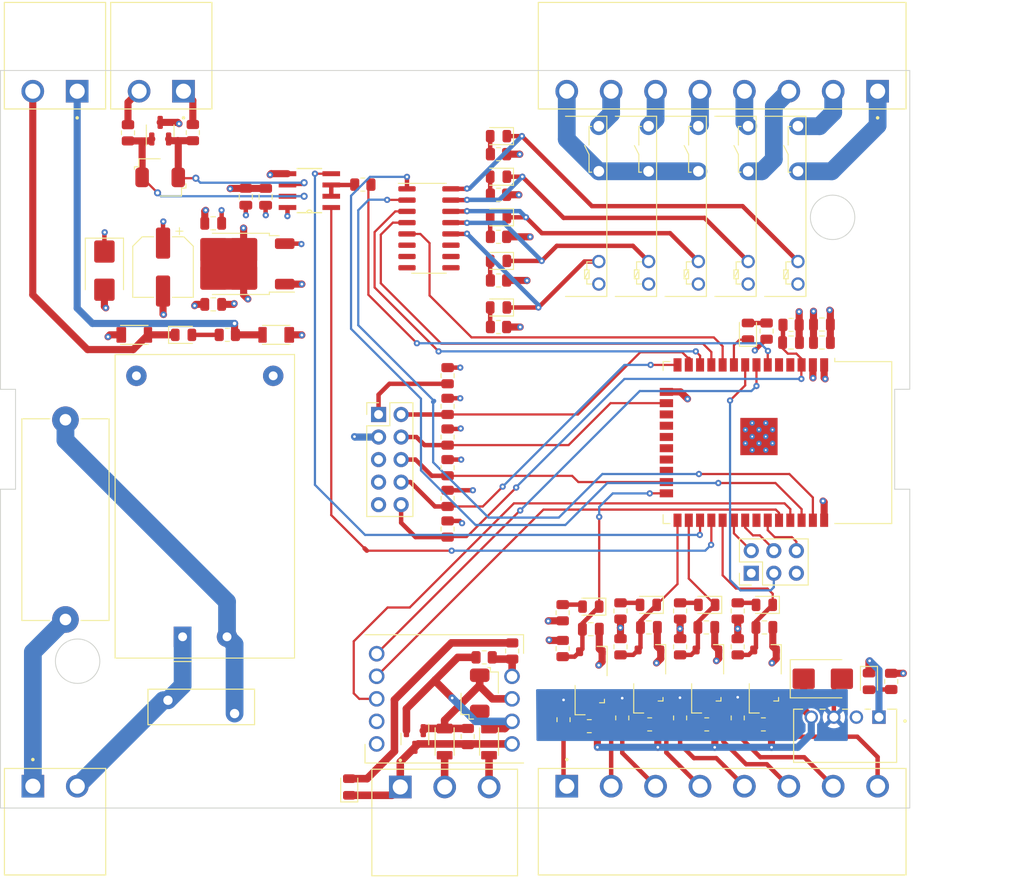
<source format=kicad_pcb>
(kicad_pcb (version 20221018) (generator pcbnew)
  (layers (0 "F.Cu" signal) (1 "In1.Cu" signal) (2 "In2.Cu" signal) (31 "B.Cu" signal) (34 "B.Paste" user) (35 "F.Paste" user) (36 "B.SilkS" user "B.Silkscreen") (37 "F.SilkS" user "F.Silkscreen") (38 "B.Mask" user) (39 "F.Mask" user) (44 "Edge.Cuts" user))
  (net 0 "")
  (net 1 "GND")
  (net 2 "nRESET")
  (net 3 "Net-(D1-A)")
  (net 4 "+12V")
  (net 5 "Net-(D2-A)")
  (net 6 "/ROOMLINK/CONTROL/INPUT_1_MICRO")
  (net 7 "Net-(D3-A)")
  (net 8 "/ROOMLINK/CONTROL/INPUT_2_MICRO")
  (net 9 "Net-(D4-A)")
  (net 10 "/ROOMLINK/CONTROL/INPUT_4_MICRO")
  (net 11 "Net-(D5-K)")
  (net 12 "/ROOMLINK/CONTROL/INPUT_3_MICRO")
  (net 13 "Net-(D5-A)")
  (net 14 "Net-(D6-K)")
  (net 15 "Net-(D6-A)")
  (net 16 "Net-(D7-K)")
  (net 17 "Net-(D7-A)")
  (net 18 "Net-(D8-K)")
  (net 19 "Net-(D8-A)")
  (net 20 "Net-(D9-K)")
  (net 21 "Net-(D9-A)")
  (net 22 "Net-(D10-A)")
  (net 23 "Net-(D11-A1)")
  (net 24 "/ROOMLINK/RGND")
  (net 25 "Net-(D11-A2)")
  (net 26 "Net-(D12-K)")
  (net 27 "Net-(D12-A)")
  (net 28 "Net-(D13-A1)")
  (net 29 "Net-(D13-A2)")
  (net 30 "Net-(D14-A)")
  (net 31 "Net-(D16-A)")
  (net 32 "/ROOMLINK/CON-DC-")
  (net 33 "Net-(PS1-AC{slash}N)")
  (net 34 "VDD")
  (net 35 "GNDA")
  (net 36 "/ROOMLINK/CON-B+")
  (net 37 "/ROOMLINK/CON-A-")
  (net 38 "/ROOMLINK/CON-L1")
  (net 39 "/ROOMLINK/CON-DC+")
  (net 40 "Net-(J8-VTRef)")
  (net 41 "TMS")
  (net 42 "TCK")
  (net 44 "TDO")
  (net 46 "TDI")
  (net 47 "+3V3")
  (net 48 "/ROOMLINK/CONTROL/RLY_OUT2_MICRO")
  (net 49 "/ROOMLINK/CONTROL/RLY_OUT1_MICRO")
  (net 50 "/ROOMLINK/CONTROL/RLY_FAN3_MICRO")
  (net 51 "/ROOMLINK/CONTROL/RLY_FAN2_MICRO")
  (net 52 "/ROOMLINK/CONTROL/RLY_FAN1_MICRO")
  (net 53 "/ROOMLINK/CONTROL/Tx_RS485_eXT")
  (net 54 "/ROOMLINK/CONTROL/Rx_RS485_eXT")
  (net 55 "/ROOMLINK/CONTROL/CON_RS485_eXT")
  (net 56 "/ROOMLINK/CONTROL/COM_RS485_LCD")
  (net 57 "/ROOMLINK/CONTROL/Tx_RS485_LCD")
  (net 58 "/ROOMLINK/CONTROL/Rx_RS485_lcd")
  (net 59 "/ROOMLINK/CON-NEUT")
  (net 60 "/ROOMLINK/CON-LCDA-")
  (net 61 "/ROOMLINK/CON-LCDB+")
  (net 62 "/ROOMLINK/CON-OUT2A")
  (net 63 "/ROOMLINK/CON-OUT2B")
  (net 64 "/ROOMLINK/CON-OUT1A")
  (net 65 "/ROOMLINK/CON-OUT1B")
  (net 66 "/ROOMLINK/CON-FAN3")
  (net 67 "/ROOMLINK/CON-FAN2")
  (net 68 "/ROOMLINK/CON-FAN1")
  (net 69 "/ROOMLINK/CON-FAN-C")
  (net 70 "/ROOMLINK/CON-IN4-")
  (net 71 "/ROOMLINK/CON-IN4+")
  (net 72 "/ROOMLINK/CON-IN3-")
  (net 73 "/ROOMLINK/CON-IN3+")
  (net 74 "/ROOMLINK/CON-IN2-")
  (net 75 "/ROOMLINK/CON-IN2+")
  (net 76 "/ROOMLINK/CON-IN1-")
  (net 77 "/ROOMLINK/CON-IN1+")
  (net 78 "Net-(R1-Pad2)")
  (net 79 "Net-(R3-Pad2)")
  (net 80 "Net-(R9-Pad2)")
  (net 81 "Net-(R11-Pad2)")
  (net 82 "Net-(U1-Vo)")
  (net 83 "Net-(U13-DE)")
  (net 99 "Net-(J7-Pin_2)")
  (net 100 "Net-(J7-Pin_3)")
  (net 101 "Net-(J7-Pin_4)")
  (net 102 "Net-(J7-Pin_6)")
  (footprint "Package_TO_SOT_SMD:SOT-23" (layer "F.Cu") (at 208.05 183.0625 -90)
    (fp_text reference "D11" hide)
    (fp_text value "SM712_SOT23" hide)
  )
  (footprint "Package_TO_SOT_SMD:SOT-23" (layer "F.Cu") (at 179.375 114.535 90)
    (fp_text reference "D13" hide)
    (fp_text value "SM712_SOT23" hide)
  )
  (footprint "Package_SO:SOIC-16_3.9x9.9mm_P1.27mm" (layer "F.Cu") (at 209.637 125.53)
    (fp_text reference "U6" hide)
    (fp_text value "ULN2003A" hide)
  )
  (footprint "LED_SMD:LED_0805_2012Metric" (layer "F.Cu") (at 217.4675 129.204 180)
    (fp_text reference "D8" hide)
    (fp_text value "LED" hide)
  )
  (footprint "Resistor_SMD:R_0805_2012Metric" (layer "F.Cu") (at 211.7344 159.4085 90)
    (fp_text reference "R32" hide)
    (fp_text value "10K" hide)
  )
  (footprint "B0505S-1WR2:CONV_B0505S-1WR2" (layer "F.Cu") (at 256.4925 182.7 180)
    (fp_text reference "U16" hide)
    (fp_text value "B0303S-W2R2" hide)
  )
  (footprint "LED_SMD:LED_0805_2012Metric" (layer "F.Cu") (at 245.55 137.1361 90)
    (fp_text reference "D12" hide)
    (fp_text value "LED" hide)
  )
  (footprint "Fuse:Fuseholder_Cylinder-5x20mm_Schurter_0031_8201_Horizontal_Open" (layer "F.Cu") (at 168.71 147.1 -90)
    (fp_text reference "F3" hide)
    (fp_text value "Fuse" hide)
  )
  (footprint "Nueva carpeta:RESC3115X65N" (layer "F.Cu") (at 216.4 183.35 -90)
    (fp_text reference "F2" hide)
    (fp_text value "PTS120660V010" hide)
  )
  (footprint "RF_Module:ESP32-WROOM-32" (layer "F.Cu") (at 245.88 149.67 -90)
    (fp_text reference "U17" hide)
    (fp_text value "ESP32-WROOM-32" hide)
  )
  (footprint "Resistor_SMD:R_0805_2012Metric" (layer "F.Cu") (at 261.68 176.575 -90)
    (fp_text reference "R47" hide)
    (fp_text value "R" hide)
  )
  (footprint "Resistor_SMD:R_0805_2012Metric" (layer "F.Cu") (at 247.65 137.1111 -90)
    (fp_text reference "R39" hide)
    (fp_text value "470" hide)
  )
  (footprint "Resistor_SMD:R_0805_2012Metric" (layer "F.Cu") (at 175.75 114.775 90)
    (fp_text reference "R44" hide)
    (fp_text value "10" hide)
  )
  (footprint "SP485ECN-L:SOIC127P600X175-8N" (layer "F.Cu") (at 196.1724 121.285 180)
    (fp_text reference "U13" hide)
    (fp_text value "SP485ECN-L" hide)
  )
  (footprint "Resistor_SMD:R_0805_2012Metric" (layer "F.Cu") (at 231.4 180.6875 -90)
    (fp_text reference "R12" hide)
    (fp_text value "10" hide)
  )
  (footprint "LED_SMD:LED_0805_2012Metric" (layer "F.Cu") (at 217.4675 119.72 180)
    (fp_text reference "D6" hide)
    (fp_text value "LED" hide)
  )
  (footprint "Resistor_SMD:R_0805_2012Metric" (layer "F.Cu") (at 240.9125 181.4175 180)
    (fp_text reference "R3" hide)
    (fp_text value "330" hide)
  )
  (footprint "Resistor_SMD:R_0805_2012Metric" (layer "F.Cu") (at 214 182.7875 90)
    (fp_text reference "R23" hide)
    (fp_text value "2.2" hide)
  )
  (footprint "Resistor_SMD:R_0805_2012Metric" (layer "F.Cu") (at 244.4 180.6875 -90)
    (fp_text reference "R2" hide)
    (fp_text value "10" hide)
  )
  (footprint "nuevo simbolo:FODM2705" (layer "F.Cu") (at 240.7125 176.5325 90)
    (fp_text reference "U3" hide)
    (fp_text value "FODM2705" hide)
  )
  (footprint "Resistor_SMD:R_0805_2012Metric" (layer "F.Cu") (at 244.4 168.6375 90)
    (fp_text reference "R7" hide)
    (fp_text value "470" hide)
  )
  (footprint "TBP04R12-500-03GR:CUI_TBP04R12-500-03GR" (layer "F.Cu") (at 206.408 188.468)
    (fp_text reference "J4" hide)
    (fp_text value "Screw_Terminal_01x03" hide)
  )
  (footprint "Capacitor_SMD:C_0805_2012Metric" (layer "F.Cu") (at 247.4 170.4925)
    (fp_text reference "C1" hide)
    (fp_text value "0.1uF" hide)
  )
  (footprint "Capacitor_SMD:C_0805_2012Metric" (layer "F.Cu") (at 253.88 138.4)
    (fp_text reference "C12" hide)
    (fp_text value "22uF" hide)
  )
  (footprint "Resistor_SMD:R_0805_2012Metric" (layer "F.Cu") (at 211.7344 152.4997 90)
    (fp_text reference "R30" hide)
    (fp_text value "10K" hide)
  )
  (footprint "Resistor_SMD:R_0805_2012Metric" (layer "F.Cu") (at 186.933332 137.535 180)
    (fp_text reference "R45" hide)
    (fp_text value "R" hide)
  )
  (footprint "nuevo simbolo:SMBJ12CA" (layer "F.Cu") (at 215.35 177.915 -90)
    (fp_text reference "U12" hide)
    (fp_text value "SMBJ12CA" hide)
  )
  (footprint "Converter_ACDC:Converter_ACDC_HiLink_HLK-PMxx" (layer "F.Cu") (at 181.9 171.55 90)
    (fp_text reference "PS1" hide)
    (fp_text value "HLK-PM12" hide)
  )
  (footprint "nuevo simbolo:FODM2705" (layer "F.Cu") (at 247.2 176.5325 90)
    (fp_text reference "U2" hide)
    (fp_text value "FODM2705" hide)
  )
  (footprint "TBP04R12-500-02GR:CUI_TBP04R12-500-02GR" (layer "F.Cu") (at 165.04 188.38)
    (fp_text reference "J1" hide)
    (fp_text value "Screw_Terminal_01x02" hide)
  )
  (footprint "Capacitor_SMD:C_0805_2012Metric" (layer "F.Cu") (at 185.345 134.099 180)
    (fp_text reference "C9" hide)
    (fp_text value "0.1uF / 25V" hide)
  )
  (footprint "nuevo simbolo:AZ921" (layer "F.Cu") (at 252.08 125.21 90)
    (fp_text reference "U8" hide)
    (fp_text value "AZ921" hide)
  )
  (footprint "Resistor_SMD:R_0805_2012Metric" (layer "F.Cu") (at 211.7344 149.0453 90)
    (fp_text reference "R29" hide)
    (fp_text value "10K" hide)
  )
  (footprint "TBP04R12-500-02GR:CUI_TBP04R12-500-02GR" (layer "F.Cu") (at 170.03 110.0875 180)
    (fp_text reference "J2" hide)
    (fp_text value "Screw_Terminal_01x02" hide)
  )
  (footprint "Resistor_SMD:R_0805_2012Metric" (layer "F.Cu") (at 211.7344 145.5909 90)
    (fp_text reference "R28" hide)
    (fp_text value "10K" hide)
  )
  (footprint "Capacitor_SMD:C_0805_2012Metric" (layer "F.Cu") (at 253.88 136.37)
    (fp_text reference "C13" hide)
    (fp_text value "0.1uF" hide)
  )
  (footprint "nuevo simbolo:TD521D485H-E" (layer "F.Cu") (at 211.362 178.318)
    (fp_text reference "U1" hide)
    (fp_text value "TD521D485H-E" hide)
  )
  (footprint "nuevo simbolo:AZ921" (layer "F.Cu") (at 240.87 125.21 90)
    (fp_text reference "U11" hide)
    (fp_text value "AZ921" hide)
  )
  (footprint "nuevo simbolo:FODM2705" (layer "F.Cu") (at 227.5925 176.7325 90)
    (fp_text reference "U4" hide)
    (fp_text value "FODM2705" hide)
  )
  (footprint "LED_SMD:LED_0805_2012Metric" (layer "F.Cu") (at 227.8625 168.1525 180)
    (fp_text reference "D3" hide)
    (fp_text value "LED" hide)
  )
  (footprint "Capacitor_SMD:C_0805_2012Metric" (layer "F.Cu") (at 240.8625 170.4925)
    (fp_text reference "C2" hide)
    (fp_text value "0.1uF" hide)
  )
  (footprint "Connector_PinHeader_2.54mm:PinHeader_2x05_P2.54mm_Vertical" (layer "F.Cu") (at 203.962 146.5072)
    (fp_text reference "J8" hide)
    (fp_text value "ESP32-JTAG" hide)
  )
  (footprint "Capacitor_SMD:C_0805_2012Metric" (layer "F.Cu") (at 185.345 124.969 180)
    (fp_text reference "C10" hide)
    (fp_text value "0.1uF / 25V" hide)
  )
  (footprint "Resistor_SMD:R_0805_2012Metric" (layer "F.Cu") (at 250.4075 136.41)
    (fp_text reference "R33" hide)
    (fp_text value "22K" hide)
  )
  (footprint "Resistor_SMD:R_0805_2012Metric" (layer "F.Cu") (at 217.4675 117.18)
    (fp_text reference "R17" hide)
    (fp_text value "1K" hide)
  )
  (footprint "LED_SMD:LED_0805_2012Metric" (layer "F.Cu") (at 200.66 188.468 90)
    (fp_text reference "D10" hide)
    (fp_text value "LED" hide)
  )
  (footprint "nuevo simbolo:AZ921" (layer "F.Cu") (at 246.475 125.21 90)
    (fp_text reference "U7" hide)
    (fp_text value "AZ921" hide)
  )
  (footprint "Resistor_SMD:R_0805_2012Metric" (layer "F.Cu") (at 183.05 114.75 90)
    (fp_text reference "R43" hide)
    (fp_text value "10" hide)
  )
  (footprint "TBP04R12-500-08GR:CUI_TBP04R12-500-08GR" (layer "F.Cu") (at 260.15 110.0875 180)
    (fp_text reference "J5" hide)
    (fp_text value "Screw_Terminal_01x08" hide)
  )
  (footprint "Resistor_SMD:R_0805_2012Metric" (layer "F.Cu") (at 247.2875 181.4175 180)
    (fp_text reference "R1" hide)
    (fp_text value "330" hide)
  )
  (footprint "Resistor_SMD:R_0805_2012Metric" (layer "F.Cu") (at 231.2 168.6375 90)
    (fp_text reference "R16" hide)
    (fp_text value "470" hide)
  )
  (footprint "Resistor_SMD:R_0805_2012Metric" (layer "F.Cu") (at 217.4675 131.404)
    (fp_text reference "R20" hide)
    (fp_text value "1K" hide)
  )
  (footprint "Capacitor_SMD:C_0805_2012Metric" (layer "F.Cu") (at 189.0144 121.976 90)
    (fp_text reference "C7" hide)
    (fp_text value "0.1uF / 25V" hide)
  )
  (footprint "LED_SMD:LED_0805_2012Metric" (layer "F.Cu") (at 234.3375 167.9525 180)
    (fp_text reference "D4" hide)
    (fp_text value "LED" hide)
  )
  (footprint "Resistor_SMD:R_0805_2012Metric" (layer "F.Cu") (at 237.9125 172.675 -90)
    (fp_text reference "R6" hide)
    (fp_text value "10k" hide)
  )
  (footprint "nuevo simbolo:AZ921" (layer "F.Cu") (at 229.66 125.21 90)
    (fp_text reference "U9" hide)
    (fp_text value "AZ921" hide)
  )
  (footprint "nuevo simbolo:FODM2705" (layer "F.Cu") (at 234.1875 176.5325 90)
    (fp_text reference "U5" hide)
    (fp_text value "FODM2705" hide)
  )
  (footprint "Resistor_SMD:R_0805_2012Metric" (layer "F.Cu") (at 234.4875 181.4175 180)
    (fp_text reference "R11" hide)
    (fp_text value "330" hide)
  )
  (footprint "Nueva carpeta:RESC3115X65N" (layer "F.Cu") (at 176.46 137.535)
    (fp_text reference "F5" hide)
    (fp_text value "Fuse" hide)
  )
  (footprint "LED_SMD:LED_0805_2012Metric" (layer "F.Cu") (at 247.4 167.9525 180)
    (fp_text reference "D1" hide)
    (fp_text value "LED" hide)
  )
  (footprint "Connector_PinHeader_2.54mm:PinHeader_2x03_P2.54mm_Vertical" (layer "F.Cu") (at 245.9228 164.3888 90)
    (fp_text reference "J7" hide)
    (fp_text value "Screw_Terminal_01x06" hide)
  )
  (footprint "Resistor_SMD:R_0805_2012Metric" (layer "F.Cu") (at 215.85 173.865 180)
    (fp_text reference "R22" hide)
    (fp_text value "2.2k" hide)
  )
  (footprint "Package_TO_SOT_SMD:TO-252-2" (layer "F.Cu") (at 188.355 129.539 180)
    (fp_text reference "U15" hide)
    (fp_text value "3v3 NJM2885DL1-33" hide)
  )
  (footprint "LED_SMD:LED_0805_2012Metric" (layer "F.Cu") (at 259.175 176.575 -90)
    (fp_text reference "D16" hide)
    (fp_text value "LED" hide)
  )
  (footprint "Resistor_SMD:R_0805_2012Metric" (layer "F.Cu") (at 237.9125 168.6375 90)
    (fp_text reference "R8" hide)
    (fp_text value "470" hide)
  )
  (footprint "TBP04R12-500-08GR:CUI_TBP04R12-500-08GR" (layer "F.Cu") (at 225.15 188.38)
    (fp_text reference "J6" hide)
    (fp_text value "Screw_Terminal_01x08" hide)
  )
  (footprint "Resistor_SMD:R_0805_2012Metric" (layer "F.Cu") (at 217.4675 136.652)
    (fp_text reference "R21" hide)
    (fp_text value "1K" hide)
  )
  (footprint "Resistor_SMD:R_0805_2012Metric" (layer "F.Cu") (at 217.4675 126.492)
    (fp_text reference "R19" hide)
    (fp_text value "1K" hide)
  )
  (footprint "Resistor_SMD:R_0805_2012Metric" (layer "F.Cu") (at 211.7344 142.1365 90)
    (fp_text reference "R27" hide)
    (fp_text value "22K" hide)
  )
  (footprint "varistor:VAR_B72210S1140K501" (layer "F.Cu") (at 184 179.45)
    (fp_text reference "RV1" hide)
    (fp_text value "V10E275P" hide)
  )
  (footprint "Capacitor_SMD:C_0805_2012Metric" (layer "F.Cu") (at 191.2444 121.986 90)
    (fp_text reference "C8" hide)
    (fp_text value "0.1uF / 50V" hide)
  )
  (footprint "Resistor_SMD:R_0805_2012Metric" (layer "F.Cu") (at 244.4 172.675 -90)
    (fp_text reference "R5" hide)
    (fp_text value "10k" hide)
  )
  (footprint "Nueva carpeta:RESC3115X65N" (layer "F.Cu") (at 192.44 137.535 180)
    (fp_text reference "F4" hide)
    (fp_text value "Fuse" hide)
  )
  (footprint "TBP04R12-500-02GR:CUI_TBP04R12-500-02GR" (layer "F.Cu") (at 182 110.0875 180)
    (fp_text reference "J3" hide)
    (fp_text value "Screw_Terminal_01x02" hide)
  )
  (footprint "Resistor_SMD:R_0805_2012Metric" (layer "F.Cu") (at 227.6875 181.6175 180)
    (fp_text reference "R9" hide)
    (fp_text value "330" hide)
  )
  (footprint "Capacitor_SMD:CP_Elec_6.3x5.7" (layer "F.Cu") (at 179.695 129.899 -90)
    (fp_text reference "C11" hide)
    (fp_text value "47uF" hide)
  )
  (footprint "Resistor_SMD:R_0805_2012Metric" (layer "F.Cu") (at 237.9125 180.6875 -90)
    (fp_text reference "R4" hide)
    (fp_text value "10" hide)
  )
  (footprint "Resistor_SMD:R_0805_2012Metric" (layer "F.Cu") (at 231.2 172.675 -90)
    (fp_text reference "R14" hide)
    (fp_text value "10k" hide)
  )
  (footprint "Resistor_SMD:R_0805_2012Metric" (layer "F.Cu") (at 224.7875 180.8875 -90)
    (fp_text reference "R10" hide)
    (fp_text value "10" hide)
  )
  (footprint "Capacitor_SMD:C_0805_2012Metric" (layer "F.Cu") (at 234.4 170.4925)
    (fp_text reference "C4" hide)
    (fp_text value "0.1uF" hide)
  )
  (footprint "Resistor_SMD:R_0805_2012Metric" (layer "F.Cu") (at 217.4675 121.752)
    (fp_text reference "R18" hide)
    (fp_text value "1K" hide)
  )
  (footprint "Capacitor_SMD:C_0805_2012Metric" (layer "F.Cu") (at 250.4 138.4 180)
    (fp_text reference "C5" hide)
    (fp_text value "0.1uF" hide)
  )
  (footprint "Resistor_SMD:R_0805_2012Metric" (layer "F.Cu") (at 211.7344 155.9541 90)
    (fp_text reference "R31" hide)
    (fp_text value "10K" hide)
  )
  (footprint "Resistor_SMD:R_0805_2012Metric" (layer "F.Cu") (at 224.6875 172.875 -90)
    (fp_text reference "R13" hide)
    (fp_text value "10k" hide)
  )
  (footprint "Resistor_SMD:R_0805_2012Metric" (layer "F.Cu") (at 224.6875 168.8375 90)
    (fp_text reference "R15" hide)
    (fp_text value "470" hide)
  )
  (footprint "Nueva carpeta:RESC3115X65N" (layer "F.Cu") (at 211.4 183.35 -90)
    (fp_text reference "F1" hide)
    (fp_text value "PTS120660V010" hide)
  )
  (footprint "LED_SMD:LED_0805_2012Metric" (layer "F.Cu") (at 217.4675 115.148 180)
    (fp_text reference "D5" hide)
    (fp_text value "LED" hide)
  )
  (footprint "Resistor_SMD:R_0805_2012Metric" (layer "F.Cu") (at 202.1912 120.61 180)
    (fp_text reference "R42" hide)
    (fp_text value "10 / 1%" hide)
  )
  (footprint "nuevo simbolo:AZ921" (layer "F.Cu") (at 235.265 125.21 90)
    (fp_text reference "U10" hide)
    (fp_text value "AZ921" hide)
  )
  (footprint "Resistor_SMD:R_0805_2012Metric" (layer "F.Cu") (at 219 173.15 90)
    (fp_text reference "R24" hide)
    (fp_text value "2.2" hide)
  )
  (footprint "Diode_SMD:D_SMB" (layer "F.Cu") (at 253.975 176.276)
    (fp_text reference "D18" hide)
    (fp_text value "1SMA5918BT3G" hide)
  )
  (footprint "Capacitor_SMD:C_0805_2012Metric" (layer "F.Cu") (at 227.8625 170.6925)
    (fp_text reference "C3" hide)
    (fp_text value "0.1uF" hide)
  )
  (footprint "nuevo simbolo:SMBJ12CA" (layer "F.Cu") (at 179.375 119.8)
    (fp_text reference "U14" hide)
    (fp_text value "SMBJ12CA" hide)
  )
  (footprint "LED_SMD:LED_0805_2012Metric" (layer "F.Cu") (at 240.9125 167.9525 180)
    (fp_text reference "D2" hide)
    (fp_text value "LED" hide)
  )
  (footprint "LED_SMD:LED_0805_2012Metric" (layer "F.Cu") (at 217.4675 134.452 180)
    (fp_text reference "D9" hide)
    (fp_text value "LED" hide)
  )
  (footprint "LED_SMD:LED_0805_2012Metric" (layer "F.Cu") (at 217.4675 124.292 180)
    (fp_text reference "D7" hide)
    (fp_text value "LED" hide)
  )
  (footprint "LED_SMD:LED_0805_2012Metric" (layer "F.Cu") (at 182.006666 137.535)
    (fp_text reference "D14" hide)
    (fp_text value "LED" hide)
  )
  (footprint "Diode_SMD:D_SMB" (layer "F.Cu") (at 173.095 130.299 -90)
    (fp_text reference "D17" hide)
    (fp_text value "1SMA5918BT3G" hide)
  )
  (gr_line (start 262.07 154.9225) (end 262.07 143.6725) (stroke (width 0.1)) (layer "Edge.Cuts"))
  (gr_line (start 163.09 143.6725) (end 163.09 154.9225) (stroke (width 0.1)) (layer "Edge.Cuts"))
  (gr_line (start 163.09 154.9225) (end 161.39 154.9225) (stroke (width 0.1)) (layer "Edge.Cuts"))
  (gr_line (start 262.07 143.6725) (end 263.77 143.6575) (stroke (width 0.1)) (layer "Edge.Cuts"))
  (gr_line (start 263.77 143.6575) (end 263.77 107.7575) (stroke (width 0.1)) (layer "Edge.Cuts"))
  (gr_line (start 161.39 143.6725) (end 163.09 143.6725) (stroke (width 0.1)) (layer "Edge.Cuts"))
  (gr_line (start 263.77 107.7575) (end 161.39 107.7575) (stroke (width 0.1)) (layer "Edge.Cuts"))
  (gr_line (start 161.39 154.9225) (end 161.39 190.8375) (stroke (width 0.1)) (layer "Edge.Cuts"))
  (gr_circle (center 170.07766 174.2975) (end 171.79766 172.48) (stroke (width 0.1)) (fill none) (layer "Edge.Cuts"))
  (gr_line (start 161.39 107.7575) (end 161.39 143.6725) (stroke (width 0.1)) (layer "Edge.Cuts"))
  (gr_line (start 263.77 154.9225) (end 262.07 154.9225) (stroke (width 0.1)) (layer "Edge.Cuts"))
  (gr_line (start 263.77 190.8375) (end 263.77 154.9225) (stroke (width 0.1)) (layer "Edge.Cuts"))
  (gr_circle (center 255.08 124.2975) (end 256.8 122.48) (stroke (width 0.1)) (fill none) (layer "Edge.Cuts"))
  (gr_line (start 161.39 190.8375) (end 263.77 190.8375) (stroke (width 0.1)) (layer "Edge.Cuts"))
  (segment (start 235.35 170.4925) (end 235.35 172.655) (width 0.8) (layer "F.Cu") (net 1))
  (segment (start 184.395 134.099) (end 183.401 134.099) (width 0.8) (layer "F.Cu") (net 1))
  (segment (start 228.8125 172.9125) (end 229.1325 173.2325) (width 0.8) (layer "F.Cu") (net 1))
  (segment (start 184.395 123.605) (end 184.5 123.5) (width 0.8) (layer "F.Cu") (net 1))
  (segment (start 179.695 132.599) (end 179.695 135.195) (width 0.8) (layer "F.Cu") (net 1))
  (segment (start 241.8125 170.4925) (end 241.8125 172.5925) (width 0.8) (layer "F.Cu") (net 1))
  (segment (start 179.375 113.5975) (end 181.3475 113.5975) (width 0.8) (layer "F.Cu") (net 1))
  (segment (start 237.96 143.96) (end 238.75 144.75) (width 0.8) (layer "F.Cu") (net 1))
  (segment (start 173.715 137.535) (end 173.5 137.75) (width 0.8) (layer "F.Cu") (net 1))
  (segment (start 179.695 135.195) (end 179.75 135.25) (width 0.8) (layer "F.Cu") (net 1))
  (segment (start 191.2444 121.036) (end 187.2845 121.036) (width 0.8) (layer "F.Cu") (net 1))
  (segment (start 187.2845 121.036) (end 187.25 121.0705) (width 0.8) (layer "F.Cu") (net 1))
  (segment (start 254.13 140.92) (end 254.13 142.38) (width 0.8) (layer "F.Cu") (net 1))
  (segment (start 259.175 175.6375) (end 259.175 174.325) (width 0.8) (layer "F.Cu") (net 1))
  (segment (start 254.13 158.42) (end 254.13 156.38) (width 0.8) (layer "F.Cu") (net 1))
  (segment (start 188.77 131.064) (end 188.77 133.02) (width 0.8) (layer "F.Cu") (net 1))
  (segment (start 242.2525 173.0325) (end 242.2525 173.9975) (width 0.8) (layer "F.Cu") (net 1))
  (segment (start 236.37 143.96) (end 237.96 143.96) (width 0.8) (layer "F.Cu") (net 1))
  (segment (start 229.1325 174.3675) (end 228.75 174.75) (width 0.8) (layer "F.Cu") (net 1))
  (segment (start 188.77 128.014) (end 188.77 125.52) (width 0.8) (layer "F.Cu") (net 1))
  (segment (start 254.13 142.38) (end 254.25 142.5) (width 0.8) (layer "F.Cu") (net 1))
  (segment (start 193.7086 119.38) (end 191.87 119.38) (width 0.8) (layer "F.Cu") (net 1))
  (segment (start 254.83 134.83) (end 254.75 134.75) (width 0.8) (layer "F.Cu") (net 1))
  (segment (start 248.74 174.01) (end 248.25 174.5) (width 0.8) (layer "F.Cu") (net 1))
  (segment (start 241.8125 172.5925) (end 242.2525 173.0325) (width 0.8) (layer "F.Cu") (net 1))
  (segment (start 248.74 173.0325) (end 248.74 174.01) (width 0.8) (layer "F.Cu") (net 1))
  (segment (start 242.2525 173.9975) (end 242 174.25) (width 0.8) (layer "F.Cu") (net 1))
  (segment (start 181.3475 113.5975) (end 181.5 113.75) (width 0.8) (layer "F.Cu") (net 1))
  (segment (start 235.35 172.655) (end 235.7275 173.0325) (width 0.8) (layer "F.Cu") (net 1))
  (segment (start 235.7275 174.0225) (end 235.25 174.5) (width 0.8) (layer "F.Cu") (net 1))
  (segment (start 184.395 124.969) (end 184.395 123.605) (width 0.8) (layer "F.Cu") (net 1))
  (segment (start 254.83 138.4) (end 254.83 134.83) (width 0.8) (layer "F.Cu") (net 1))
  (segment (start 248.35 172.6425) (end 248.74 173.0325) (width 0.8) (layer "F.Cu") (net 1))
  (segment (start 173.095 134.345) (end 173.25 134.5) (width 0.8) (layer "F.Cu") (net 1))
  (segment (start 228.8125 170.6925) (end 228.8125 172.9125) (width 0.8) (layer "F.Cu") (net 1))
  (segment (start 174.995 137.535) (end 173.715 137.535) (width 0.8) (layer "F.Cu") (net 1))
  (segment (start 191.87 119.38) (end 191.75 119.5) (width 0.8) (layer "F.Cu") (net 1))
  (segment (start 188.77 133.02) (end 189.25 133.5) (width 0.8) (layer "F.Cu") (net 1))
  (segment (start 235.7275 173.0325) (end 235.7275 174.0225) (width 0.8) (layer "F.Cu") (net 1))
  (segment (start 229.1325 173.2325) (end 229.1325 174.3675) (width 0.8) (layer "F.Cu") (net 1))
  (segment (start 188.77 125.52) (end 188.75 125.5) (width 0.8) (layer "F.Cu") (net 1))
  (segment (start 254.13 156.38) (end 254 156.25) (width 0.8) (layer "F.Cu") (net 1))
  (segment (start 183.401 134.099) (end 183.25 134.25) (width 0.8) (layer "F.Cu") (net 1))
  (segment (start 259.175 174.325) (end 259.25 174.25) (width 0.8) (layer "F.Cu") (net 1))
  (segment (start 173.095 132.449) (end 173.095 134.345) (width 0.8) (layer "F.Cu") (net 1))
  (segment (start 248.35 170.4925) (end 248.35 172.6425) (width 0.8) (layer "F.Cu") (net 1))
  (via (at 184.5 123.5) (size 0.7) (drill 0.3) (layers "F.Cu" "B.Cu") (net 1))
  (via (at 187.25 121.0705) (size 0.7) (drill 0.3) (layers "F.Cu" "B.Cu") (net 1))
  (via (at 242 174.25) (size 0.7) (drill 0.3) (layers "F.Cu" "B.Cu") (net 1))
  (via (at 173.25 134.5) (size 0.7) (drill 0.3) (layers "F.Cu" "B.Cu") (net 1))
  (via (at 228.75 174.75) (size 0.7) (drill 0.3) (layers "F.Cu" "B.Cu") (net 1))
  (via (at 259.25 174.25) (size 0.7) (drill 0.3) (layers "F.Cu" "B.Cu") (net 1))
  (via (at 191.75 119.5) (size 0.7) (drill 0.3) (layers "F.Cu" "B.Cu") (net 1))
  (via (at 254.75 134.75) (size 0.7) (drill 0.3) (layers "F.Cu" "B.Cu") (net 1))
  (via (at 235.25 174.5) (size 0.7) (drill 0.3) (layers "F.Cu" "B.Cu") (net 1))
  (via (at 248.25 174.5) (size 0.7) (drill 0.3) (layers "F.Cu" "B.Cu") (net 1))
  (via (at 238.75 144.75) (size 0.7) (drill 0.3) (layers "F.Cu" "B.Cu") (net 1))
  (via (at 188.75 125.5) (size 0.7) (drill 0.3) (layers "F.Cu" "B.Cu") (net 1))
  (via (at 189.25 133.5) (size 0.7) (drill 0.3) (layers "F.Cu" "B.Cu") (net 1))
  (via (at 183.25 134.25) (size 0.7) (drill 0.3) (layers "F.Cu" "B.Cu") (net 1))
  (via (at 181.5 113.75) (size 0.7) (drill 0.3) (layers "F.Cu" "B.Cu") (net 1))
  (via (at 254.25 142.5) (size 0.7) (drill 0.3) (layers "F.Cu" "B.Cu") (net 1))
  (via (at 201.25 149) (size 0.7) (drill 0.3) (layers "F.Cu" "B.Cu") (net 1))
  (via (at 173.5 137.75) (size 0.7) (drill 0.3) (layers "F.Cu" "B.Cu") (net 1))
  (via (at 179.75 135.25) (size 0.7) (drill 0.3) (layers "F.Cu" "B.Cu") (net 1))
  (via (at 254 156.25) (size 0.7) (drill 0.3) (layers "F.Cu" "B.Cu") (net 1))
  (segment (start 260.3025 175.3025) (end 259.25 174.25) (width 0.8) (layer "B.Cu") (net 1))
  (segment (start 203.962 149.0472) (end 201.2972 149.0472) (width 0.8) (layer "B.Cu") (net 1))
  (segment (start 260.3025 180.6) (end 260.3025 175.3025) (width 0.8) (layer "B.Cu") (net 1))
  (segment (start 201.2972 149.0472) (end 201.25 149) (width 0.8) (layer "B.Cu") (net 1))
  (segment (start 251.0028 139.6492) (end 251.59 140.2364) (width 0.25) (layer "F.Cu") (net 2))
  (segment (start 251.59 140.2364) (end 251.59 140.92) (width 0.25) (layer "F.Cu") (net 2))
  (segment (start 206.502 158.6992) (end 206.502 156.6672) (width 0.5) (layer "F.Cu") (net 2))
  (segment (start 211.7344 160.321) (end 208.1238 160.321) (width 0.5) (layer "F.Cu") (net 2))
  (segment (start 250.0376 139.6492) (end 251.0028 139.6492) (width 0.25) (layer "F.Cu") (net 2))
  (segment (start 251.5616 140.9484) (end 251.59 140.92) (width 0.5) (layer "F.Cu") (net 2))
  (segment (start 249.495 136.41) (end 249.495 138.355) (width 0.5) (layer "F.Cu") (net 2))
  (segment (start 249.495 138.355) (end 249.45 138.4) (width 0.5) (layer "F.Cu") (net 2))
  (segment (start 211.7344 160.321) (end 213.8718 160.321) (width 0.25) (layer "F.Cu") (net 2))
  (segment (start 213.8718 160.321) (end 219.456 154.7368) (width 0.25) (layer "F.Cu") (net 2))
  (segment (start 251.5616 142.494) (end 251.5616 140.9484) (width 0.25) (layer "F.Cu") (net 2))
  (segment (start 208.1238 160.321) (end 206.502 158.6992) (width 0.5) (layer "F.Cu") (net 2))
  (segment (start 249.45 138.4) (end 249.45 139.0616) (width 0.25) (layer "F.Cu") (net 2))
  (segment (start 249.45 139.0616) (end 250.0376 139.6492) (width 0.25) (layer "F.Cu") (net 2))
  (via (at 219.456 154.7368) (size 0.7) (drill 0.3) (layers "F.Cu" "B.Cu") (net 2))
  (via (at 251.5616 142.494) (size 0.7) (drill 0.3) (layers "F.Cu" "B.Cu") (net 2))
  (segment (start 219.456 154.7368) (end 219.456 154.686) (width 0.5) (layer "B.Cu") (net 2))
  (segment (start 231.648 142.494) (end 251.5616 142.494) (width 0.25) (layer "B.Cu") (net 2))
  (segment (start 219.456 154.686) (end 231.648 142.494) (width 0.25) (layer "B.Cu") (net 2))
  (segment (start 244.4 167.725) (end 246.235 167.725) (width 0.5) (layer "F.Cu") (net 3))
  (segment (start 246.235 167.725) (end 246.4625 167.9525) (width 0.5) (layer "F.Cu") (net 3))
  (segment (start 193.905 137.535) (end 195.2946 137.535) (width 0.8) (layer "F.Cu") (net 4))
  (segment (start 187.6174 134.099) (end 187.706 134.0104) (width 0.8) (layer "F.Cu") (net 4))
  (segment (start 195.2946 137.535) (end 195.326 137.5664) (width 0.8) (layer "F.Cu") (net 4))
  (segment (start 195.319 131.819) (end 195.326 131.826) (width 0.8) (layer "F.Cu") (net 4))
  (segment (start 218.38 117.18) (end 219.8468 117.18) (width 0.8) (layer "F.Cu") (net 4))
  (segment (start 186.295 134.099) (end 187.6174 134.099) (width 0.8) (layer "F.Cu") (net 4))
  (segment (start 218.38 121.752) (end 219.7452 121.752) (width 0.8) (layer "F.Cu") (net 4))
  (segment (start 220.6596 131.404) (end 220.6752 131.4196) (width 0.8) (layer "F.Cu") (net 4))
  (segment (start 218.38 126.492) (end 221.0308 126.492) (width 0.8) (layer "F.Cu") (net 4))
  (segment (start 218.38 131.404) (end 220.6596 131.404) (width 0.8) (layer "F.Cu") (net 4))
  (segment (start 218.38 136.652) (end 219.9132 136.652) (width 0.8) (layer "F.Cu") (net 4))
  (segment (start 219.8468 117.18) (end 219.8624 117.1956) (width 0.8) (layer "F.Cu") (net 4))
  (segment (start 193.395 131.819) (end 195.319 131.819) (width 0.8) (layer "F.Cu") (net 4))
  (segment (start 219.7452 121.752) (end 219.7608 121.7676) (width 0.8) (layer "F.Cu") (net 4))
  (via (at 221.0308 126.492) (size 0.7) (drill 0.3) (layers "F.Cu" "B.Cu") (net 4))
  (via (at 219.7608 121.7676) (size 0.7) (drill 0.3) (layers "F.Cu" "B.Cu") (net 4))
  (via (at 187.706 134.0104) (size 0.7) (drill 0.3) (layers "F.Cu" "B.Cu") (net 4))
  (via (at 220.6752 131.4196) (size 0.7) (drill 0.3) (layers "F.Cu" "B.Cu") (net 4))
  (via (at 219.8624 117.1956) (size 0.7) (drill 0.3) (layers "F.Cu" "B.Cu") (net 4))
  (via (at 219.9132 136.652) (size 0.7) (drill 0.3) (layers "F.Cu" "B.Cu") (net 4))
  (via (at 195.326 137.5664) (size 0.7) (drill 0.3) (layers "F.Cu" "B.Cu") (net 4))
  (via (at 195.326 131.826) (size 0.7) (drill 0.3) (layers "F.Cu" "B.Cu") (net 4))
  (segment (start 237.9125 167.725) (end 239.7475 167.725) (width 0.5) (layer "F.Cu") (net 5))
  (segment (start 239.7475 167.725) (end 239.975 167.9525) (width 0.5) (layer "F.Cu") (net 5))
  (segment (start 246.45 170.4925) (end 246.45 169.84) (width 0.5) (layer "F.Cu") (net 6))
  (segment (start 245.645 173.5875) (end 246.2 173.0325) (width 0.5) (layer "F.Cu") (net 6))
  (segment (start 246.45 172.7825) (end 246.2 173.0325) (width 0.5) (layer "F.Cu") (net 6))
  (segment (start 247.7516 166.116) (end 248.3375 166.7019) (width 0.25) (layer "F.Cu") (net 6))
  (segment (start 242.7 164.6204) (end 244.1956 166.116) (width 0.25) (layer "F.Cu") (net 6))
  (segment (start 246.45 169.84) (end 248.3375 167.9525) (width 0.5) (layer "F.Cu") (net 6))
  (segment (start 248.3375 166.7019) (end 248.3375 167.9525) (width 0.25) (layer "F.Cu") (net 6))
  (segment (start 246.45 170.4925) (end 246.45 172.7825) (width 0.5) (layer "F.Cu") (net 6))
  (segment (start 244.4 173.5875) (end 245.645 173.5875) (width 0.5) (layer "F.Cu") (net 6))
  (segment (start 244.1956 166.116) (end 247.7516 166.116) (width 0.25) (layer "F.Cu") (net 6))
  (segment (start 242.7 158.42) (end 242.7 164.6204) (width 0.25) (layer "F.Cu") (net 6))
  (segment (start 224.6875 167.925) (end 226.6975 167.925) (width 0.5) (layer "F.Cu") (net 7))
  (segment (start 226.6975 167.925) (end 226.925 168.1525) (width 0.5) (layer "F.Cu") (net 7))
  (segment (start 239.1575 173.5875) (end 239.7125 173.0325) (width 0.5) (layer "F.Cu") (net 8))
  (segment (start 238.89 158.42) (end 238.89 164.9925) (width 0.25) (layer "F.Cu") (net 8))
  (segment (start 237.9125 173.5875) (end 239.1575 173.5875) (width 0.5) (layer "F.Cu") (net 8))
  (segment (start 239.9125 170.4925) (end 239.9125 169.89) (width 0.5) (layer "F.Cu") (net 8))
  (segment (start 239.9125 170.4925) (end 239.9125 172.8325) (width 0.5) (layer "F.Cu") (net 8))
  (segment (start 238.89 164.9925) (end 241.85 167.9525) (width 0.25) (layer "F.Cu") (net 8))
  (segment (start 239.9125 172.8325) (end 239.7125 173.0325) (width 0.5) (layer "F.Cu") (net 8))
  (segment (start 239.9125 169.89) (end 241.85 167.9525) (width 0.5) (layer "F.Cu") (net 8))
  (segment (start 231.2 167.725) (end 233.1725 167.725) (width 0.5) (layer "F.Cu") (net 9))
  (segment (start 233.1725 167.725) (end 233.4 167.9525) (width 0.5) (layer "F.Cu") (net 9))
  (segment (start 226.0375 173.7875) (end 226.5925 173.2325) (width 0.5) (layer "F.Cu") (net 10))
  (segment (start 226.9125 172.9125) (end 226.5925 173.2325) (width 0.5) (layer "F.Cu") (net 10))
  (segment (start 226.9125 170.04) (end 228.8 168.1525) (width 0.5) (layer "F.Cu") (net 10))
  (segment (start 228.8032 168.1493) (end 228.8 168.1525) (width 0.5) (layer "F.Cu") (net 10))
  (segment (start 236.37 155.39) (end 234.5 155.39) (width 0.25) (layer "F.Cu") (net 10))
  (segment (start 234.5 155.39) (end 234.4928 155.3972) (width 0.5) (layer "F.Cu") (net 10))
  (segment (start 226.9125 170.6925) (end 226.9125 170.04) (width 0.5) (layer "F.Cu") (net 10))
  (segment (start 228.8032 158.0388) (end 228.8032 168.1493) (width 0.25) (layer "F.Cu") (net 10))
  (segment (start 226.9125 170.6925) (end 226.9125 172.9125) (width 0.5) (layer "F.Cu") (net 10))
  (segment (start 224.6875 173.7875) (end 226.0375 173.7875) (width 0.5) (layer "F.Cu") (net 10))
  (via (at 228.8032 158.0388) (size 0.7) (drill 0.3) (layers "F.Cu" "B.Cu") (net 10))
  (via (at 234.4928 155.3972) (size 0.7) (drill 0.3) (layers "F.Cu" "B.Cu") (net 10))
  (segment (start 228.8032 156.9212) (end 230.3272 155.3972) (width 0.25) (layer "B.Cu") (net 10))
  (segment (start 230.3272 155.3972) (end 234.4928 155.3972) (width 0.25) (layer "B.Cu") (net 10))
  (segment (start 228.8032 158.0388) (end 228.8032 156.9212) (width 0.25) (layer "B.Cu") (net 10))
  (segment (start 213.8902 121.085) (end 213.9188 121.0564) (width 0.5) (layer "F.Cu") (net 11))
  (segment (start 220.1008 115.148) (end 227.9904 123.0376) (width 0.5) (layer "F.Cu") (net 11))
  (segment (start 244.9476 123.0376) (end 251.18 129.27) (width 0.5) (layer "F.Cu") (net 11))
  (segment (start 227.9904 123.0376) (end 244.9476 123.0376) (width 0.5) (layer "F.Cu") (net 11))
  (segment (start 212.112 121.085) (end 213.8902 121.085) (width 0.5) (layer "F.Cu") (net 11))
  (segment (start 218.405 115.148) (end 220.1008 115.148) (width 0.5) (layer "F.Cu") (net 11))
  (via (at 213.9188 121.0564) (size 0.7) (drill 0.3) (layers "F.Cu" "B.Cu") (net 11))
  (via (at 220.1008 115.148) (size 0.7) (drill 0.3) (layers "F.Cu" "B.Cu") (net 11))
  (segment (start 214.1924 121.0564) (end 220.1008 115.148) (width 0.5) (layer "B.Cu") (net 11))
  (segment (start 213.9188 121.0564) (end 214.1924 121.0564) (width 0.5) (layer "B.Cu") (net 11))
  (segment (start 235.275 167.9525) (end 237.62 165.6075) (width 0.25) (layer "F.Cu") (net 12))
  (segment (start 233.45 170.4925) (end 233.45 172.77) (width 0.5) (layer "F.Cu") (net 12))
  (segment (start 232.6325 173.5875) (end 233.1875 173.0325) (width 0.5) (layer "F.Cu") (net 12))
  (segment (start 233.45 170.4925) (end 233.45 169.7775) (width 0.5) (layer "F.Cu") (net 12))
  (segment (start 233.45 169.7775) (end 235.275 167.9525) (width 0.5) (layer "F.Cu") (net 12))
  (segment (start 231.2 173.5875) (end 232.6325 173.5875) (width 0.5) (layer "F.Cu") (net 12))
  (segment (start 233.45 172.77) (end 233.1875 173.0325) (width 0.5) (layer "F.Cu") (net 12))
  (segment (start 237.62 165.6075) (end 237.62 158.42) (width 0.25) (layer "F.Cu") (net 12))
  (segment (start 216.53 117.155) (end 216.555 117.18) (width 0.5) (layer "F.Cu") (net 13))
  (segment (start 216.53 115.148) (end 216.53 117.155) (width 0.5) (layer "F.Cu") (net 13))
  (segment (start 240.6634 124.3584) (end 245.575 129.27) (width 0.5) (layer "F.Cu") (net 14))
  (segment (start 220.1516 119.72) (end 224.79 124.3584) (width 0.5) (layer "F.Cu") (net 14))
  (segment (start 224.79 124.3584) (end 240.6634 124.3584) (width 0.5) (layer "F.Cu") (net 14))
  (segment (start 213.8902 122.355) (end 213.9188 122.3264) (width 0.5) (layer "F.Cu") (net 14))
  (segment (start 212.112 122.355) (end 213.8902 122.355) (width 0.5) (layer "F.Cu") (net 14))
  (segment (start 218.405 119.72) (end 220.1516 119.72) (width 0.5) (layer "F.Cu") (net 14))
  (via (at 220.1516 119.72) (size 0.7) (drill 0.3) (layers "F.Cu" "B.Cu") (net 14))
  (via (at 213.9188 122.3264) (size 0.7) (drill 0.3) (layers "F.Cu" "B.Cu") (net 14))
  (segment (start 217.5452 122.3264) (end 220.1516 119.72) (width 0.5) (layer "B.Cu") (net 14))
  (segment (start 213.9188 122.3264) (end 217.5452 122.3264) (width 0.5) (layer "B.Cu") (net 14))
  (segment (start 216.53 121.727) (end 216.555 121.752) (width 0.5) (layer "F.Cu") (net 15))
  (segment (start 216.53 119.72) (end 216.53 121.727) (width 0.5) (layer "F.Cu") (net 15))
  (segment (start 220.558 124.292) (end 222.3516 126.0856) (width 0.5) (layer "F.Cu") (net 16))
  (segment (start 212.112 123.625) (end 213.8902 123.625) (width 0.5) (layer "F.Cu") (net 16))
  (segment (start 213.8902 123.625) (end 213.9188 123.5964) (width 0.5) (layer "F.Cu") (net 16))
  (segment (start 222.3516 126.0856) (end 236.7856 126.0856) (width 0.5) (layer "F.Cu") (net 16))
  (segment (start 218.405 124.292) (end 220.558 124.292) (width 0.5) (layer "F.Cu") (net 16))
  (segment (start 236.7856 126.0856) (end 239.97 129.27) (width 0.5) (layer "F.Cu") (net 16))
  (via (at 213.9188 123.5964) (size 0.7) (drill 0.3) (layers "F.Cu" "B.Cu") (net 16))
  (via (at 220.558 124.292) (size 0.7) (drill 0.3) (layers "F.Cu" "B.Cu") (net 16))
  (segment (start 213.9188 123.5964) (end 219.8624 123.5964) (width 0.5) (layer "B.Cu") (net 16))
  (segment (start 219.8624 123.5964) (end 220.558 124.292) (width 0.5) (layer "B.Cu") (net 16))
  (segment (start 216.53 126.467) (end 216.555 126.492) (width 0.5) (layer "F.Cu") (net 17))
  (segment (start 216.53 124.292) (end 216.53 126.467) (width 0.5) (layer "F.Cu") (net 17))
  (segment (start 224.028 127.508) (end 232.603 127.508) (width 0.5) (layer "F.Cu") (net 18))
  (segment (start 212.112 124.895) (end 213.8966 124.895) (width 0.5) (layer "F.Cu") (net 18))
  (segment (start 232.603 127.508) (end 234.365 129.27) (width 0.5) (layer "F.Cu") (net 18))
  (segment (start 218.405 129.204) (end 222.332 129.204) (width 0.5) (layer "F.Cu") (net 18))
  (segment (start 222.332 129.204) (end 224.028 127.508) (width 0.5) (layer "F.Cu") (net 18))
  (segment (start 213.8966 124.895) (end 213.9188 124.9172) (width 0.5) (layer "F.Cu") (net 18))
  (via (at 213.9188 124.9172) (size 0.7) (drill 0.3) (layers "F.Cu" "B.Cu") (net 18))
  (via (at 222.332 129.204) (size 0.7) (drill 0.3) (layers "F.Cu" "B.Cu") (net 18))
  (segment (start 218.0452 124.9172) (end 222.332 129.204) (width 0.5) (layer "B.Cu") (net 18))
  (segment (start 213.9188 124.9172) (end 218.0452 124.9172) (width 0.5) (layer "B.Cu") (net 18))
  (segment (start 216.53 129.204) (end 216.53 131.379) (width 0.5) (layer "F.Cu") (net 19))
  (segment (start 216.53 131.379) (end 216.555 131.404) (width 0.5) (layer "F.Cu") (net 19))
  (segment (start 221.9608 134.452) (end 227.1428 129.27) (width 0.5) (layer "F.Cu") (net 20))
  (segment (start 212.112 126.165) (end 213.8902 126.165) (width 0.5) (layer "F.Cu") (net 20))
  (segment (start 213.8902 126.165) (end 213.9188 126.1364) (width 0.5) (layer "F.Cu") (net 20))
  (segment (start 218.405 134.452) (end 221.9608 134.452) (width 0.5) (layer "F.Cu") (net 20))
  (segment (start 227.1428 129.27) (end 228.76 129.27) (width 0.5) (layer "F.Cu") (net 20))
  (via (at 213.9188 126.1364) (size 0.7) (drill 0.3) (layers "F.Cu" "B.Cu") (net 20))
  (via (at 221.9608 134.452) (size 0.7) (drill 0.3) (layers "F.Cu" "B.Cu") (net 20))
  (segment (start 221.9608 134.1784) (end 221.9608 134.452) (width 0.5) (layer "B.Cu") (net 20))
  (segment (start 213.9188 126.1364) (end 221.9608 134.1784) (width 0.5) (layer "B.Cu") (net 20))
  (segment (start 216.53 134.452) (end 216.53 136.627) (width 0.5) (layer "F.Cu") (net 21))
  (segment (start 216.53 136.627) (end 216.555 136.652) (width 0.5) (layer "F.Cu") (net 21))
  (segment (start 212.1625 172.2375) (end 219 172.2375) (width 0.85) (layer "F.Cu") (net 22))
  (segment (start 200.66 187.5305) (end 202.6695 187.5305) (width 0.85) (layer "F.Cu") (net 22))
  (segment (start 202.6695 187.5305) (end 205.75 184.45) (width 0.85) (layer "F.Cu") (net 22))
  (segment (start 205.75 184.45) (end 205.75 178.65) (width 0.85) (layer "F.Cu") (net 22))
  (segment (start 205.75 178.65) (end 212.1625 172.2375) (width 0.85) (layer "F.Cu") (net 22))
  (segment (start 216.788 178.538) (end 215.35 177.1) (width 0.85) (layer "F.Cu") (net 23))
  (segment (start 209.25 181.875) (end 209 182.125) (width 0.85) (layer "F.Cu") (net 23))
  (segment (start 218.987 178.538) (end 216.788 178.538) (width 0.85) (layer "F.Cu") (net 23))
  (segment (start 211.4 180.95) (end 215.35 177) (width 0.85) (layer "F.Cu") (net 23))
  (segment (start 211.4 181.885) (end 211.4 180.95) (width 0.85) (layer "F.Cu") (net 23))
  (segment (start 214 181.875) (end 209.25 181.875) (width 0.85) (layer "F.Cu") (net 23))
  (segment (start 215.35 177.1) (end 215.35 175.88) (width 0.85) (layer "F.Cu") (net 23))
  (segment (start 215.35 177) (end 215.35 175.88) (width 0.85) (layer "F.Cu") (net 23))
  (segment (start 218.987 183.618) (end 208.432 183.618) (width 0.85) (layer "F.Cu") (net 24))
  (segment (start 206.408 185.642) (end 208.05 184) (width 0.85) (layer "F.Cu") (net 24))
  (segment (start 200.66 189.4055) (end 205.4705 189.4055) (width 0.85) (layer "F.Cu") (net 24))
  (segment (start 208.432 183.618) (end 208.05 184) (width 0.85) (layer "F.Cu") (net 24))
  (segment (start 205.4705 189.4055) (end 206.408 188.468) (width 0.85) (layer "F.Cu") (net 24))
  (segment (start 206.408 188.468) (end 206.408 185.642) (width 0.85) (layer "F.Cu") (net 24))
  (segment (start 210.35 176.55) (end 210.35 176.4) (width 0.85) (layer "F.Cu") (net 25))
  (segment (start 215.35 179.95) (end 215.35 180.835) (width 0.85) (layer "F.Cu") (net 25))
  (segment (start 212.885 173.865) (end 214.9375 173.865) (width 0.85) (layer "F.Cu") (net 25))
  (segment (start 207.1 179.65) (end 210.35 176.4) (width 0.85) (layer "F.Cu") (net 25))
  (segment (start 212.25 178.45) (end 210.35 176.55) (width 0.85) (layer "F.Cu") (net 25))
  (segment (start 207.1 182.125) (end 207.1 179.65) (width 0.85) (layer "F.Cu") (net 25))
  (segment (start 216.4 181.885) (end 218.18 181.885) (width 0.85) (layer "F.Cu") (net 25))
  (segment (start 215.35 180.835) (end 216.4 181.885) (width 0.85) (layer "F.Cu") (net 25))
  (segment (start 210.35 176.4) (end 212.885 173.865) (width 0.85) (layer "F.Cu") (net 25))
  (segment (start 218.18 181.885) (end 218.987 181.078) (width 0.85) (layer "F.Cu") (net 25))
  (via (at 212.25 178.45) (size 0.7) (drill 0.3) (layers "F.Cu" "B.Cu") (net 25))
  (segment (start 212.25 178.45) (end 214.878 181.078) (width 0.85) (layer "B.Cu") (net 25))
  (segment (start 214.878 181.078) (end 218.987 181.078) (width 0.85) (layer "B.Cu") (net 25))
  (segment (start 244.6028 138.0736) (end 245.55 138.0736) (width 0.25) (layer "F.Cu") (net 26))
  (segment (start 243.97 138.7064) (end 244.6028 138.0736) (width 0.25) (layer "F.Cu") (net 26))
  (segment (start 243.97 140.92) (end 243.97 138.7064) (width 0.25) (layer "F.Cu") (net 26))
  (segment (start 247.65 136.1986) (end 245.55 136.1986) (width 0.5) (layer "F.Cu") (net 27))
  (segment (start 177.292 115.6875) (end 178.21 115.6875) (width 0.8) (layer "F.Cu") (net 28))
  (segment (start 179.079 121.539) (end 177.34 119.8) (width 0.25) (layer "F.Cu") (net 28))
  (segment (start 175.75 115.6875) (end 177.292 115.6875) (width 0.8) (layer "F.Cu") (net 28))
  (segment (start 178.21 115.6875) (end 178.425 115.4725) (width 0.8) (layer "F.Cu") (net 28))
  (segment (start 177.34 115.7355) (end 177.292 115.6875) (width 0.8) (layer "F.Cu") (net 28))
  (segment (start 193.7086 121.92) (end 195.58 121.92) (width 0.25) (layer "F.Cu") (net 28))
  (segment (start 177.34 119.8) (end 177.34 115.7355) (width 0.8) (layer "F.Cu") (net 28))
  (via (at 195.58 121.92) (size 0.8) (drill 0.4) (layers "F.Cu" "B.Cu") (net 28))
  (via (at 179.079 121.539) (size 0.8) (drill 0.4) (layers "F.Cu" "B.Cu") (net 28))
  (segment (start 195.58 121.92) (end 179.46 121.92) (width 0.25) (layer "B.Cu") (net 28))
  (segment (start 179.46 121.92) (end 179.079 121.539) (width 0.25) (layer "B.Cu") (net 28))
  (segment (start 183.388 119.888) (end 181.498 119.888) (width 0.25) (layer "F.Cu") (net 29))
  (segment (start 181.41 119.8) (end 181.41 115.7165) (width 0.8) (layer "F.Cu") (net 29))
  (segment (start 193.7086 120.65) (end 195.326 120.65) (width 0.25) (layer "F.Cu") (net 29))
  (segment (start 181.498 119.888) (end 181.41 119.8) (width 0.25) (layer "F.Cu") (net 29))
  (segment (start 180.515 115.6625) (end 180.325 115.4725) (width 0.8) (layer "F.Cu") (net 29))
  (segment (start 181.356 115.6625) (end 180.515 115.6625) (width 0.8) (layer "F.Cu") (net 29))
  (segment (start 195.326 120.65) (end 195.58 120.396) (width 0.25) (layer "F.Cu") (net 29))
  (segment (start 183.05 115.6625) (end 181.356 115.6625) (width 0.8) (layer "F.Cu") (net 29))
  (segment (start 181.41 115.7165) (end 181.356 115.6625) (width 0.8) (layer "F.Cu") (net 29))
  (via (at 195.58 120.396) (size 0.8) (drill 0.4) (layers "F.Cu" "B.Cu") (net 29))
  (via (at 183.388 119.888) (size 0.8) (drill 0.4) (layers "F.Cu" "B.Cu") (net 29))
  (segment (start 195.58 120.396) (end 183.896 120.396) (width 0.25) (layer "B.Cu") (net 29))
  (segment (start 183.896 120.396) (end 183.388 119.888) (width 0.25) (layer "B.Cu") (net 29))
  (segment (start 186.020832 137.535) (end 182.944166 137.535) (width 0.5) (layer "F.Cu") (net 30))
  (segment (start 261.68 177.4875) (end 259.2 177.4875) (width 0.5) (layer "F.Cu") (net 31))
  (segment (start 259.2 177.4875) (end 259.175 177.5125) (width 0.5) (layer "F.Cu") (net 31))
  (segment (start 165.03 133.026) (end 171.196 139.192) (width 0.8) (layer "F.Cu") (net 32))
  (segment (start 181.069166 137.535) (end 178 137.535) (width 0.8) (layer "F.Cu") (net 32))
  (segment (start 176.343 139.192) (end 178 137.535) (width 0.8) (layer "F.Cu") (net 32))
  (segment (start 165.03 110.0875) (end 165.03 133.026) (width 0.8) (layer "F.Cu") (net 32))
  (segment (start 171.196 139.192) (end 176.343 139.192) (width 0.8) (layer "F.Cu") (net 32))
  (segment (start 187.75 172.4) (end 186.9 171.55) (width 2) (layer "B.Cu") (net 33))
  (segment (start 168.71 147.1) (end 168.71 149.406) (width 2) (layer "B.Cu") (net 33))
  (segment (start 186.9 167.596) (end 186.9 171.55) (width 2) (layer "B.Cu") (net 33))
  (segment (start 187.75 180.2) (end 187.75 172.4) (width 2) (layer "B.Cu") (net 33))
  (segment (start 168.71 149.406) (end 186.9 167.596) (width 2) (layer "B.Cu") (net 33))
  (segment (start 247.65 138.0236) (end 247.5992 138.0236) (width 0.5) (layer "F.Cu") (net 34))
  (segment (start 252.93 138.4) (end 252.93 136.37) (width 0.8) (layer "F.Cu") (net 34))
  (segment (start 186.295 124.969) (end 186.295 123.5062) (width 0.5) (layer "F.Cu") (net 34))
  (segment (start 223.2197 171.9625) (end 223.1644 171.9072) (width 0.8) (layer "F.Cu") (net 34))
  (segment (start 231.2 170.5264) (end 231.1908 170.5356) (width 0.8) (layer "F.Cu") (net 34))
  (segment (start 211.7344 158.496) (end 213.106 158.496) (width 0.5) (layer "F.Cu") (net 34))
  (segment (start 211.7344 148.1328) (end 213.1568 148.1328) (width 0.5) (layer "F.Cu") (net 34))
  (segment (start 252.93 134.8772) (end 252.9332 134.874) (width 0.8) (layer "F.Cu") (net 34))
  (segment (start 244.4 169.55) (end 244.4 170.636) (width 0.8) (layer "F.Cu") (net 34))
  (segment (start 237.9125 170.6533) (end 237.8964 170.6372) (width 0.8) (layer "F.Cu") (net 34))
  (segment (start 231.2 171.7625) (end 231.2 170.5448) (width 0.8) (layer "F.Cu") (net 34))
  (segment (start 237.9125 171.7625) (end 237.9125 170.6533) (width 0.8) (layer "F.Cu") (net 34))
  (segment (start 191.2444 122.936) (end 191.2444 124.036) (width 0.5) (layer "F.Cu") (net 34))
  (segment (start 193.395 127.259) (end 195.2294 127.259) (width 0.5) (layer "F.Cu") (net 34))
  (segment (start 179.695 124.8002) (end 179.7304 124.7648) (width 0.5) (layer "F.Cu") (net 34))
  (segment (start 247.5992 138.0236) (end 246.3292 139.2936) (width 0.5) (layer "F.Cu") (net 34))
  (segment (start 251.32 134.9372) (end 251.3076 134.9248) (width 0.8) (layer "F.Cu") (net 34))
  (segment (start 231.2 169.55) (end 231.2 170.5264) (width 0.8) (layer "F.Cu") (net 34))
  (segment (start 237.9125 170.6211) (end 237.8964 170.6372) (width 0.8) (layer "F.Cu") (net 34))
  (segment (start 251.32 136.41) (end 251.32 138.37) (width 0.8) (layer "F.Cu") (net 34))
  (segment (start 224.6875 169.75) (end 223.0864 169.75) (width 0.8) (layer "F.Cu") (net 34))
  (segment (start 195.2294 127.259) (end 195.2752 127.3048) (width 0.5) (layer "F.Cu") (net 34))
  (segment (start 186.295 123.5062) (end 186.2836 123.4948) (width 0.5) (layer "F.Cu") (net 34))
  (segment (start 211.7344 155.0416) (end 214.5792 155.0416) (width 0.5) (layer "F.Cu") (net 34))
  (segment (start 189.0144 122.926) (end 189.0144 124.0412) (width 0.5) (layer "F.Cu") (net 34))
  (segment (start 244.4 171.7625) (end 244.4 170.6384) (width 0.8) (layer "F.Cu") (net 34))
  (segment (start 244.4 170.6384) (end 244.3988 170.6372) (width 0.8) (layer "F.Cu") (net 34))
  (segment (start 263.0385 175.6625) (end 263.0424 175.6664) (width 0.8) (layer "F.Cu") (net 34))
  (segment (start 244.4 170.636) (end 244.3988 170.6372) (width 0.8) (layer "F.Cu") (net 34))
  (segment (start 252.86 142.37) (end 252.8824 142.3924) (width 0.8) (layer "F.Cu") (net 34))
  (segment (start 213.1568 148.1328) (end 213.2076 148.082) (width 0.5) (layer "F.Cu") (net 34))
  (segment (start 224.6875 171.9625) (end 223.2197 171.9625) (width 0.8) (layer "F.Cu") (net 34))
  (segment (start 211.7344 141.224) (end 213.1568 141.224) (width 0.5) (layer "F.Cu") (net 34))
  (segment (start 252.93 136.37) (end 252.93 134.8772) (width 0.8) (layer "F.Cu") (net 34))
  (segment (start 252.86 140.92) (end 252.86 142.37) (width 0.8) (layer "F.Cu") (net 34))
  (segment (start 173.095 128.149) (end 173.095 126.0154) (width 0.5) (layer "F.Cu") (net 34))
  (segment (start 191.2444 124.036) (end 191.262 124.0536) (width 0.5) (layer "F.Cu") (net 34))
  (segment (start 193.7086 124.147) (end 193.7004 124.1552) (width 0.5) (layer "F.Cu") (net 34))
  (segment (start 173.095 126.0154) (end 173.1264 125.984) (width 0.5) (layer "F.Cu") (net 34))
  (segment (start 223.0864 169.75) (end 223.0628 169.7736) (width 0.8) (layer "F.Cu") (net 34))
  (segment (start 213.106 158.496) (end 213.36 158.75) (width 0.5) (layer "F.Cu") (net 34))
  (segment (start 261.68 175.6625) (end 263.0385 175.6625) (width 0.8) (layer "F.Cu") (net 34))
  (segment (start 231.2 170.5448) (end 231.1908 170.5356) (width 0.8) (layer "F.Cu") (net 34))
  (segment (start 251.32 138.37) (end 251.35 138.4) (width 0.8) (layer "F.Cu") (net 34))
  (segment (start 193.7086 123.19) (end 193.7086 124.147) (width 0.5) (layer "F.Cu") (net 34))
  (segment (start 211.7344 144.6784) (end 213.1568 144.6784) (width 0.5) (layer "F.Cu") (net 34))
  (segment (start 179.695 127.199) (end 179.695 124.8002) (width 0.5) (layer "F.Cu") (net 34))
  (segment (start 211.7344 151.5872) (end 213.2584 151.5872) (width 0.5) (layer "F.Cu") (net 34))
  (segment (start 189.0144 124.0412) (end 189.0268 124.0536) (width 0.5) (layer "F.Cu") (net 34))
  (segment (start 237.9125 169.55) (end 237.9125 170.6211) (width 0.8) (layer "F.Cu") (net 34))
  (segment (start 251.32 136.41) (end 251.32 134.9372) (width 0.8) (layer "F.Cu") (net 34))
  (via (at 193.7004 124.1552) (size 0.7) (drill 0.3) (layers "F.Cu" "B.Cu") (net 34))
  (via (at 213.1568 141.224) (size 0.7) (drill 0.3) (layers "F.Cu" "B.Cu") (net 34))
  (via (at 213.2076 148.082) (size 0.7) (drill 0.3) (layers "F.Cu" "B.Cu") (net 34))
  (via (at 214.5792 155.0416) (size 0.7) (drill 0.3) (layers "F.Cu" "B.Cu") (net 34))
  (via (at 213.2584 151.5872) (size 0.7) (drill 0.3) (layers "F.Cu" "B.Cu") (net 34))
  (via (at 252.8824 142.3924) (size 0.7) (drill 0.3) (layers "F.Cu" "B.Cu") (net 34))
  (via (at 186.2836 123.4948) (size 0.7) (drill 0.3) (layers "F.Cu" "B.Cu") (net 34))
  (via (at 189.0268 124.0536) (size 0.7) (drill 0.3) (layers "F.Cu" "B.Cu") (net 34))
  (via (at 179.7304 124.7648) (size 0.7) (drill 0.3) (layers "F.Cu" "B.Cu") (net 34))
  (via (at 213.1568 144.6784) (size 0.7) (drill 0.3) (layers "F.Cu" "B.Cu") (net 34))
  (via (at 223.1644 171.9072) (size 0.7) (drill 0.3) (layers "F.Cu" "B.Cu") (net 34))
  (via (at 173.1264 125.984) (size 0.7) (drill 0.3) (layers "F.Cu" "B.Cu") (net 34))
  (via (at 223.0628 169.7736) (size 0.7) (drill 0.3) (layers "F.Cu" "B.Cu") (net 34))
  (via (at 195.2752 127.3048) (size 0.7) (drill 0.3) (layers "F.Cu" "B.Cu") (net 34))
  (via (at 252.9332 134.874) (size 0.7) (drill 0.3) (layers "F.Cu" "B.Cu") (net 34))
  (via (at 231.1908 170.5356) (size 0.7) (drill 0.3) (layers "F.Cu" "B.Cu") (net 34))
  (via (at 251.3076 134.9248) (size 0.7) (drill 0.3) (layers "F.Cu" "B.Cu") (net 34))
  (via (at 244.3988 170.6372) (size 0.7) (drill 0.3) (layers "F.Cu" "B.Cu") (net 34))
  (via (at 237.8964 170.6372) (size 0.7) (drill 0.3) (layers "F.Cu" "B.Cu") (net 34))
  (via (at 213.36 158.75) (size 0.7) (drill 0.3) (layers "F.Cu" "B.Cu") (net 34))
  (via (at 263.0424 175.6664) (size 0.7) (drill 0.3) (layers "F.Cu" "B.Cu") (net 34))
  (via (at 246.3292 139.2936) (size 0.7) (drill 0.3) (layers "F.Cu" "B.Cu") (net 34))
  (via (at 191.262 124.0536) (size 0.7) (drill 0.3) (layers "F.Cu" "B.Cu") (net 34))
  (segment (start 237.9125 178.4257) (end 237.8964 178.4096) (width 0.5) (layer "F.Cu") (net 35))
  (segment (start 255.2225 177.1785) (end 256.125 176.276) (width 0.5) (layer "F.Cu") (net 35))
  (segment (start 244.4 178.36) (end 244.3988 178.3588) (width 0.5) (layer "F.Cu") (net 35))
  (segment (start 255.2225 180.6) (end 255.2225 177.1785) (width 0.5) (layer "F.Cu") (net 35))
  (segment (start 231.4 178.4664) (end 231.394 178.4604) (width 0.5) (layer "F.Cu") (net 35))
  (segment (start 224.7875 179.975) (end 224.7875 178.6661) (width 0.5) (layer "F.Cu") (net 35))
  (segment (start 224.7875 178.6661) (end 224.79 178.6636) (width 0.5) (layer "F.Cu") (net 35))
  (segment (start 237.9125 179.775) (end 237.9125 178.4257) (width 0.5) (layer "F.Cu") (net 35))
  (segment (start 231.4 179.775) (end 231.4 178.4664) (width 0.5) (layer "F.Cu") (net 35))
  (segment (start 244.4 179.775) (end 244.4 178.36) (width 0.5) (layer "F.Cu") (net 35))
  (via (at 237.8964 178.4096) (size 0.7) (drill 0.3) (layers "F.Cu" "B.Cu") (net 35))
  (via (at 244.3988 178.3588) (size 0.7) (drill 0.3) (layers "F.Cu" "B.Cu") (net 35))
  (via (at 231.394 178.4604) (size 0.7) (drill 0.3) (layers "F.Cu" "B.Cu") (net 35))
  (via (at 224.79 178.6636) (size 0.7) (drill 0.3) (layers "F.Cu" "B.Cu") (net 35))
  (segment (start 211.4 184.89) (end 211.4 188.46) (width 0.85) (layer "F.Cu") (net 36))
  (segment (start 211.4 188.46) (end 211.408 188.468) (width 0.85) (layer "F.Cu") (net 36))
  (segment (start 216.4 188.46) (end 216.408 188.468) (width 0.85) (layer "F.Cu") (net 37))
  (segment (start 216.4 184.89) (end 216.4 188.46) (width 0.85) (layer "F.Cu") (net 37))
  (segment (start 165.04 188.38) (end 165.04 173.27) (width 2) (layer "B.Cu") (net 38))
  (segment (start 165.04 173.27) (end 168.71 169.6) (width 2) (layer "B.Cu") (net 38))
  (segment (start 190.9 137.535) (end 187.845832 137.535) (width 0.8) (layer "F.Cu") (net 39))
  (segment (start 187.75 136.25) (end 187.75 137.439168) (width 0.8) (layer "F.Cu") (net 39))
  (segment (start 187.75 137.439168) (end 187.845832 137.535) (width 0.8) (layer "F.Cu") (net 39))
  (via (at 187.75 136.25) (size 0.8) (drill 0.4) (layers "F.Cu" "B.Cu") (net 39))
  (segment (start 187.75 136.25) (end 171.75 136.25) (width 0.8) (layer "B.Cu") (net 39))
  (segment (start 170.03 134.53) (end 170.03 110.0875) (width 0.8) (layer "B.Cu") (net 39))
  (segment (start 171.75 136.25) (end 170.03 134.53) (width 0.8) (layer "B.Cu") (net 39))
  (segment (start 211.7344 143.049) (end 205.185 143.049) (width 0.5) (layer "F.Cu") (net 40))
  (segment (start 203.962 144.272) (end 203.962 146.5072) (width 0.5) (layer "F.Cu") (net 40))
  (segment (start 205.185 143.049) (end 203.962 144.272) (width 0.5) (layer "F.Cu") (net 40))
  (segment (start 238.1504 139.4968) (end 238.89 140.2364) (width 0.25) (layer "F.Cu") (net 41))
  (segment (start 226.4194 146.5034) (end 233.426 139.4968) (width 0.25) (layer "F.Cu") (net 41))
  (segment (start 211.7344 146.5034) (end 211.7306 146.5072) (width 0.5) (layer "F.Cu") (net 41))
  (segment (start 211.7344 146.5034) (end 226.4194 146.5034) (width 0.25) (layer "F.Cu") (net 41))
  (segment (start 238.89 140.2364) (end 238.89 140.92) (width 0.5) (layer "F.Cu") (net 41))
  (segment (start 211.7306 146.5072) (end 206.502 146.5072) (width 0.5) (layer "F.Cu") (net 41))
  (segment (start 233.426 139.4968) (end 238.1504 139.4968) (width 0.25) (layer "F.Cu") (net 41))
  (segment (start 211.7344 149.9578) (end 209.1398 149.9578) (width 0.5) (layer "F.Cu") (net 42))
  (segment (start 209.1398 149.9578) (end 208.2292 149.0472) (width 0.5) (layer "F.Cu") (net 42))
  (segment (start 208.2292 149.0472) (end 206.502 149.0472) (width 0.5) (layer "F.Cu") (net 42))
  (segment (start 230.0804 145.23) (end 236.37 145.23) (width 0.25) (layer "F.Cu") (net 42))
  (segment (start 211.7344 149.9578) (end 225.3526 149.9578) (width 0.25) (layer "F.Cu") (net 42))
  (segment (start 225.3526 149.9578) (end 230.0804 145.23) (width 0.25) (layer "F.Cu") (net 42))
  (segment (start 225.7552 153.416) (end 211.7382 153.416) (width 0.25) (layer "F.Cu") (net 44))
  (segment (start 211.7382 153.416) (end 211.7344 153.4122) (width 0.5) (layer "F.Cu") (net 44))
  (segment (start 211.7344 153.4122) (end 209.9526 153.4122) (width 0.5) (layer "F.Cu") (net 44))
  (segment (start 209.9526 153.4122) (end 208.1276 151.5872) (width 0.5) (layer "F.Cu") (net 44))
  (segment (start 208.1276 151.5872) (end 206.502 151.5872) (width 0.5) (layer "F.Cu") (net 44))
  (segment (start 236.37 154.12) (end 226.4592 154.12) (width 0.25) (layer "F.Cu") (net 44))
  (segment (start 226.4592 154.12) (end 225.7552 153.416) (width 0.25) (layer "F.Cu") (net 44))
  (segment (start 215.7006 156.8666) (end 217.932 154.6352) (width 0.25) (layer "F.Cu") (net 46))
  (segment (start 234.5944 140.9192) (end 237.6192 140.9192) (width 0.25) (layer "F.Cu") (net 46))
  (segment (start 237.6192 140.9192) (end 237.62 140.92) (width 0.5) (layer "F.Cu") (net 46))
  (segment (start 207.5688 154.1272) (end 206.502 154.1272) (width 0.5) (layer "F.Cu") (net 46))
  (segment (start 210.3082 156.8666) (end 207.5688 154.1272) (width 0.5) (layer "F.Cu") (net 46))
  (segment (start 211.7344 156.8666) (end 210.3082 156.8666) (width 0.5) (layer "F.Cu") (net 46))
  (segment (start 211.7344 156.8666) (end 215.7006 156.8666) (width 0.25) (layer "F.Cu") (net 46))
  (via (at 234.5944 140.9192) (size 0.7) (drill 0.3) (layers "F.Cu" "B.Cu") (net 46))
  (via (at 217.932 154.6352) (size 0.7) (drill 0.3) (layers "F.Cu" "B.Cu") (net 46))
  (segment (start 231.648 140.9192) (end 234.5944 140.9192) (width 0.25) (layer "B.Cu") (net 46))
  (segment (start 217.932 154.6352) (end 231.648 140.9192) (width 0.25) (layer "B.Cu") (net 46))
  (segment (start 235.4 183.9904) (end 235.4072 183.9976) (width 0.8) (layer "F.Cu") (net 47))
  (segment (start 241.825 183.9806) (end 241.808 183.9976) (width 0.8) (layer "F.Cu") (net 47))
  (segment (start 251.825 179.7425) (end 252.6825 180.6) (width 0.8) (layer "F.Cu") (net 47))
  (segment (start 228.6 181.6175) (end 228.6 183.9976) (width 0.8) (layer "F.Cu") (net 47))
  (segment (start 251.825 176.276) (end 251.825 179.7425) (width 0.8) (layer "F.Cu") (net 47))
  (segment (start 248.2 181.4175) (end 248.2 183.9888) (width 0.8) (layer "F.Cu") (net 47))
  (segment (start 235.4 181.4175) (end 235.4 183.9904) (width 0.8) (layer "F.Cu") (net 47))
  (segment (start 241.825 181.4175) (end 241.825 183.9806) (width 0.8) (layer "F.Cu") (net 47))
  (segment (start 248.2 183.9888) (end 248.2088 183.9976) (width 0.8) (layer "F.Cu") (net 47))
  (via (at 241.808 183.9976) (size 0.7) (drill 0.3) (layers "F.Cu" "B.Cu") (net 47))
  (via (at 228.6 183.9976) (size 0.7) (drill 0.3) (layers "F.Cu" "B.Cu") (net 47))
  (via (at 248.2088 183.9976) (size 0.7) (drill 0.3) (layers "F.Cu" "B.Cu") (net 47))
  (via (at 235.4072 183.9976) (size 0.7) (drill 0.3) (layers "F.Cu" "B.Cu") (net 47))
  (segment (start 252.6825 180.6) (end 252.6825 182.4703) (width 0.8) (layer "B.Cu") (net 47))
  (segment (start 235.4072 183.9976) (end 228.6 183.9976) (width 0.8) (layer "B.Cu") (net 47))
  (segment (start 252.6825 182.4703) (end 251.1552 183.9976) (width 0.8) (layer "B.Cu") (net 47))
  (segment (start 251.1552 183.9976) (end 248.2088 183.9976) (width 0.8) (layer "B.Cu") (net 47))
  (segment (start 248.2088 183.9976) (end 241.808 183.9976) (width 0.8) (layer "B.Cu") (net 47))
  (segment (start 241.808 183.9976) (end 235.4072 183.9976) (width 0.8) (layer "B.Cu") (net 47))
  (segment (start 252.86 158.42) (end 252.86 155.86) (width 0.25) (layer "F.Cu") (net 48))
  (segment (start 207.1334 122.3264) (end 207.162 122.355) (width 0.5) (layer "F.Cu") (net 48))
  (segment (start 204.9272 122.3264) (end 207.1334 122.3264) (width 0.25) (layer "F.Cu") (net 48))
  (segment (start 252.86 155.86) (end 250.2128 153.2128) (width 0.25) (layer "F.Cu") (net 48))
  (segment (start 250.2128 153.2128) (end 240.03 153.2128) (width 0.25) (layer "F.Cu") (net 48))
  (via (at 240.03 153.2128) (size 0.7) (drill 0.3) (layers "F.Cu" "B.Cu") (net 48))
  (via (at 204.9272 122.3264) (size 0.7) (drill 0.3) (layers "F.Cu" "B.Cu") (net 48))
  (segment (start 201.676 136.4488) (end 201.676 123.4948) (width 0.25) (layer "B.Cu") (net 48))
  (segment (start 202.863532 122.307268) (end 204.908068 122.307268) (width 0.25) (layer "B.Cu") (net 48))
  (segment (start 204.908068 122.307268) (end 204.9272 122.3264) (width 0.5) (layer "B.Cu") (net 48))
  (segment (start 210.1088 145.0848) (end 210.2104 144.9832) (width 0.5) (layer "B.Cu") (net 48))
  (segment (start 210.2104 144.9832) (end 201.676 136.4488) (width 0.25) (layer "B.Cu") (net 48))
  (segment (start 224.2521 158.1195) (end 216.3363 158.1195) (width 0.25) (layer "B.Cu") (net 48))
  (segment (start 240.03 153.2128) (end 229.1588 153.2128) (width 0.25) (layer "B.Cu") (net 48))
  (segment (start 216.3363 158.1195) (end 210.1088 151.892) (width 0.25) (layer "B.Cu") (net 48))
  (segment (start 210.1088 151.892) (end 210.1088 145.0848) (width 0.25) (layer "B.Cu") (net 48))
  (segment (start 201.676 123.4948) (end 202.863532 122.307268) (width 0.25) (layer "B.Cu") (net 48))
  (segment (start 229.1588 153.2128) (end 224.2521 158.1195) (width 0.25) (layer "B.Cu") (net 48))
  (segment (start 251.59 157.17) (end 251.59 158.42) (width 0.25) (layer "F.Cu") (net 49))
  (segment (start 242.2144 154.2288) (end 248.6488 154.2288) (width 0.25) (layer "F.Cu") (net 49))
  (segment (start 207.162 119.736) (end 207.1624 119.7356) (width 0.5) (layer "F.Cu") (net 49))
  (segment (start 207.162 121.085) (end 207.162 119.736) (width 0.5) (layer "F.Cu") (net 49))
  (segment (start 248.6488 154.2288) (end 251.59 157.17) (width 0.25) (layer "F.Cu") (net 49))
  (via (at 207.1624 119.7356) (size 0.7) (drill 0.3) (layers "F.Cu" "B.Cu") (net 49))
  (via (at 242.2144 154.2288) (size 0.7) (drill 0.3) (layers "F.Cu" "B.Cu") (net 49))
  (segment (start 208.7372 152.8064) (end 214.884 158.9532) (width 0.25) (layer "B.Cu") (net 49))
  (segment (start 229.7176 154.2288) (end 242.2144 154.2288) (width 0.25) (layer "B.Cu") (net 49))
  (segment (start 200.8632 121.8692) (end 200.8632 136.8552) (width 0.25) (layer "B.Cu") (net 49))
  (segment (start 224.9932 158.9532) (end 229.7176 154.2288) (width 0.25) (layer "B.Cu") (net 49))
  (segment (start 207.1624 119.7356) (end 202.9968 119.7356) (width 0.25) (layer "B.Cu") (net 49))
  (segment (start 214.884 158.9532) (end 224.9932 158.9532) (width 0.25) (layer "B.Cu") (net 49))
  (segment (start 200.8632 136.8552) (end 208.7372 144.7292) (width 0.25) (layer "B.Cu") (net 49))
  (segment (start 208.7372 144.7292) (end 208.7372 152.8064) (width 0.25) (layer "B.Cu") (net 49))
  (segment (start 202.9968 119.7356) (end 200.8632 121.8692) (width 0.25) (layer "B.Cu") (net 49))
  (segment (start 205.848522 123.625) (end 207.162 123.625) (width 0.25) (layer "F.Cu") (net 50))
  (segment (start 240.16 139.8808) (end 239.6744 139.3952) (width 0.25) (layer "F.Cu") (net 50))
  (segment (start 203.516 132.1928) (end 203.516 125.957522) (width 0.25) (layer "F.Cu") (net 50))
  (segment (start 203.516 125.957522) (end 205.848522 123.625) (width 0.25) (layer "F.Cu") (net 50))
  (segment (start 240.16 140.92) (end 240.16 139.8808) (width 0.25) (layer "F.Cu") (net 50))
  (segment (start 210.7184 139.3952) (end 203.516 132.1928) (width 0.25) (layer "F.Cu") (net 50))
  (via (at 210.7184 139.3952) (size 0.7) (drill 0.3) (layers "F.Cu" "B.Cu") (net 50))
  (via (at 239.6744 139.3952) (size 0.7) (drill 0.3) (layers "F.Cu" "B.Cu") (net 50))
  (segment (start 210.7184 139.3952) (end 239.6744 139.3952) (width 0.25) (layer "B.Cu") (net 50))
  (segment (start 204.216 131.7244) (end 204.216 126.247472) (width 0.25) (layer "F.Cu") (net 51))
  (segment (start 240.4872 138.5316) (end 211.0232 138.5316) (width 0.25) (layer "F.Cu") (net 51))
  (segment (start 204.216 126.247472) (end 205.568472 124.895) (width 0.25) (layer "F.Cu") (net 51))
  (segment (start 241.43 140.92) (end 241.43 139.4744) (width 0.25) (layer "F.Cu") (net 51))
  (segment (start 241.43 139.4744) (end 240.4872 138.5316) (width 0.25) (layer "F.Cu") (net 51))
  (segment (start 205.568472 124.895) (end 207.162 124.895) (width 0.25) (layer "F.Cu") (net 51))
  (segment (start 211.0232 138.5316) (end 204.216 131.7244) (width 0.25) (layer "F.Cu") (net 51))
  (segment (start 209.7024 133.096) (end 214.4268 137.8204) (width 0.25) (layer "F.Cu") (net 52))
  (segment (start 242.7 138.814) (end 242.7 140.92) (width 0.25) (layer "F.Cu") (net 52))
  (segment (start 214.4268 137.8204) (end 241.7064 137.8204) (width 0.25) (layer "F.Cu") (net 52))
  (segment (start 209.7024 127.2032) (end 209.7024 133.096) (width 0.25) (layer "F.Cu") (net 52))
  (segment (start 241.7064 137.8204) (end 242.7 138.814) (width 0.25) (layer "F.Cu") (net 52))
  (segment (start 207.162 126.165) (end 208.6642 126.165) (width 0.25) (layer "F.Cu") (net 52))
  (segment (start 208.6642 126.165) (end 209.7024 127.2032) (width 0.25) (layer "F.Cu") (net 52))
  (segment (start 201.788 178.538) (end 203.747 178.538) (width 0.25) (layer "F.Cu") (net 53))
  (segment (start 201.168 172.0596) (end 201.168 177.918) (width 0.25) (layer "F.Cu") (net 53))
  (segment (start 204.978 168.2496) (end 201.168 172.0596) (width 0.25) (layer "F.Cu") (net 53))
  (segment (start 207.4672 168.2496) (end 204.978 168.2496) (width 0.25) (layer "F.Cu") (net 53))
  (segment (start 219.1968 156.52) (end 207.4672 168.2496) (width 0.25) (layer "F.Cu") (net 53))
  (segment (start 250.32 157.17) (end 249.67 156.52) (width 0.25) (layer "F.Cu") (net 53))
  (segment (start 201.168 177.918) (end 201.788 178.538) (width 0.25) (layer "F.Cu") (net 53))
  (segment (start 250.32 158.42) (end 250.32 157.17) (width 0.25) (layer "F.Cu") (net 53))
  (segment (start 249.67 156.52) (end 219.1968 156.52) (width 0.25) (layer "F.Cu") (net 53))
  (segment (start 222.525 157.22) (end 248.68 157.22) (width 0.25) (layer "F.Cu") (net 54))
  (segment (start 203.747 175.998) (end 222.525 157.22) (width 0.25) (layer "F.Cu") (net 54))
  (segment (start 248.68 157.22) (end 249.05 157.59) (width 0.25) (layer "F.Cu") (net 54))
  (segment (start 249.05 157.59) (end 249.05 158.42) (width 0.25) (layer "F.Cu") (net 54))
  (segment (start 219.9132 157.3195) (end 219.8855 157.3195) (width 0.5) (layer "F.Cu") (net 55))
  (segment (start 246.51 143.2935) (end 246.51 140.92) (width 0.25) (layer "F.Cu") (net 55))
  (segment (start 219.8855 157.3195) (end 203.747 173.458) (width 0.25) (layer "F.Cu") (net 55))
  (via (at 219.9132 157.3195) (size 0.7) (drill 0.3) (layers "F.Cu" "B.Cu") (net 55))
  (via (at 246.51 143.2935) (size 0.7) (drill 0.3) (layers "F.Cu" "B.Cu") (net 55))
  (segment (start 233.3671 143.8656) (end 219.9132 157.3195) (width 0.25) (layer "B.Cu") (net 55))
  (segment (start 245.9379 143.8656) (end 233.3671 143.8656) (width 0.25) (layer "B.Cu") (net 55))
  (segment (start 246.51 143.2935) (end 245.9379 143.8656) (width 0.25) (layer "B.Cu") (net 55))
  (segment (start 247.78 139.3668) (end 247.8024 139.3444) (width 0.5) (layer "F.Cu") (net 56))
  (segment (start 208.28 138.4808) (end 202.816 133.0168) (width 0.25) (layer "F.Cu") (net 56))
  (segment (start 202.816 120.8977) (end 203.1037 120.61) (width 0.25) (layer "F.Cu") (net 56))
  (segment (start 247.78 140.92) (end 247.78 139.3668) (width 0.25) (layer "F.Cu") (net 56))
  (segment (start 202.816 133.0168) (end 202.816 120.8977) (width 0.25) (layer "F.Cu") (net 56))
  (via (at 208.28 138.4808) (size 0.7) (drill 0.3) (layers "F.Cu" "B.Cu") (net 56))
  (via (at 247.8024 139.3444) (size 0.7) (drill 0.3) (layers "F.Cu" "B.Cu") (net 56))
  (segment (start 208.28 138.4808) (end 246.9388 138.4808) (width 0.25) (layer "B.Cu") (net 56))
  (segment (start 246.9388 138.4808) (end 247.8024 139.3444) (width 0.25) (layer "B.Cu") (net 56))
  (segment (start 241.43 158.42) (end 241.43 161.16) (width 0.25) (layer "F.Cu") (net 57))
  (segment (start 202.3872 161.5948) (end 202.6412 161.8488) (width 0.5) (layer "F.Cu") (net 57))
  (segment (start 198.6362 123.19) (end 198.6362 157.8438) (width 0.25) (layer "F.Cu") (net 57))
  (segment (start 241.43 161.16) (end 241.4016 161.1884) (width 0.5) (layer "F.Cu") (net 57))
  (segment (start 202.6412 161.8488) (end 212.1916 161.8488) (width 0.25) (layer "F.Cu") (net 57))
  (segment (start 198.6362 157.8438) (end 202.3872 161.5948) (width 0.25) (layer "F.Cu") (net 57))
  (via (at 212.1916 161.8488) (size 0.7) (drill 0.3) (layers "F.Cu" "B.Cu") (net 57))
  (via (at 241.4016 161.1884) (size 0.7) (drill 0.3) (layers "F.Cu" "B.Cu") (net 57))
  (segment (start 240.7412 161.8488) (end 241.4016 161.1884) (width 0.25) (layer "B.Cu") (net 57))
  (segment (start 212.1916 161.8488) (end 240.7412 161.8488) (width 0.25) (layer "B.Cu") (net 57))
  (segment (start 198.6362 119.38) (end 196.7992 119.38) (width 0.25) (layer "F.Cu") (net 58))
  (segment (start 240.16 160.0424) (end 240.1316 160.0708) (width 0.5) (layer "F.Cu") (net 58))
  (segment (start 240.16 158.42) (end 240.16 160.0424) (width 0.25) (layer "F.Cu") (net 58))
  (via (at 240.1316 160.0708) (size 0.7) (drill 0.3) (layers "F.Cu" "B.Cu") (net 58))
  (via (at 196.7992 119.38) (size 0.7) (drill 0.3) (layers "F.Cu" "B.Cu") (net 58))
  (segment (start 196.7992 154.432) (end 202.438 160.0708) (width 0.25) (layer "B.Cu") (net 58))
  (segment (start 196.7992 119.38) (end 196.7992 154.432) (width 0.25) (layer "B.Cu") (net 58))
  (segment (start 202.438 160.0708) (end 240.1316 160.0708) (width 0.25) (layer "B.Cu") (net 58))
  (segment (start 179.72 178.7) (end 170.04 188.38) (width 2) (layer "B.Cu") (net 59))
  (segment (start 181.9 177.05) (end 180.25 178.7) (width 2) (layer "B.Cu") (net 59))
  (segment (start 180.25 178.7) (end 179.72 178.7) (width 2) (layer "B.Cu") (net 59))
  (segment (start 181.9 171.55) (end 181.9 177.05) (width 2) (layer "B.Cu") (net 59))
  (segment (start 183.05 111.1375) (end 182 110.0875) (width 0.8) (layer "F.Cu") (net 60))
  (segment (start 183.05 113.8375) (end 183.05 111.1375) (width 0.8) (layer "F.Cu") (net 60))
  (segment (start 175.75 113.8625) (end 175.75 111.3375) (width 0.8) (layer "F.Cu") (net 61))
  (segment (start 175.75 111.3375) (end 177 110.0875) (width 0.8) (layer "F.Cu") (net 61))
  (segment (start 260.15 113.9412) (end 260.15 110.0875) (width 2) (layer "B.Cu") (net 62))
  (segment (start 254.9812 119.11) (end 260.15 113.9412) (width 2) (layer "B.Cu") (net 62))
  (segment (start 251.18 119.11) (end 254.9812 119.11) (width 2) (layer "B.Cu") (net 62))
  (segment (start 253.6096 114.03) (end 255.15 112.4896) (width 2) (layer "B.Cu") (net 63))
  (segment (start 255.15 112.4896) (end 255.15 110.0875) (width 2) (layer "B.Cu") (net 63))
  (segment (start 251.18 114.03) (end 253.6096 114.03) (width 2) (layer "B.Cu") (net 63))
  (segment (start 247.1072 119.11) (end 248.4628 117.7544) (width 2) (layer "B.Cu") (net 64))
  (segment (start 245.575 119.11) (end 247.1072 119.11) (width 2) (layer "B.Cu") (net 64))
  (segment (start 248.4628 111.7747) (end 250.15 110.0875) (width 2) (layer "B.Cu") (net 64))
  (segment (start 248.4628 117.7544) (end 248.4628 111.7747) (width 2) (layer "B.Cu") (net 64))
  (segment (start 245.15 113.605) (end 245.575 114.03) (width 2) (layer "B.Cu") (net 65))
  (segment (start 245.15 110.0875) (end 245.15 113.605) (width 2) (layer "B.Cu") (net 65))
  (segment (start 240.15 110.0875) (end 240.15 113.85) (width 2) (layer "B.Cu") (net 66))
  (segment (start 240.15 113.85) (end 239.97 114.03) (width 2) (layer "B.Cu") (net 66))
  (segment (start 235.15 110.0875) (end 235.15 113.245) (width 2) (layer "B.Cu") (net 67))
  (segment (start 235.15 113.245) (end 234.365 114.03) (width 2) (layer "B.Cu") (net 67))
  (segment (start 230.15 110.0875) (end 230.15 112.64) (width 2) (layer "B.Cu") (net 68))
  (segment (start 230.15 112.64) (end 228.76 114.03) (width 2) (layer "B.Cu") (net 68))
  (segment (start 239.97 119.11) (end 228.76 119.11) (width 2) (layer "B.Cu") (net 69))
  (segment (start 225.15 115.5) (end 228.76 119.11) (width 2) (layer "B.Cu") (net 69))
  (segment (start 225.15 110.0875) (end 225.15 115.5) (width 2) (layer "B.Cu") (net 69))
  (segment (start 224.7875 188.0175) (end 225.15 188.38) (width 0.5) (layer "F.Cu") (net 70))
  (segment (start 224.7875 181.8) (end 224.7875 188.0175) (width 0.5) (layer "F.Cu") (net 70))
  (segment (start 230.15 180.75) (end 229.1325 179.7325) (width 0.5) (layer "F.Cu") (net 71))
  (segment (start 230.15 188.38) (end 230.15 180.75) (width 0.5) (layer "F.Cu") (net 71))
  (segment (start 231.4 184.63) (end 235.15 188.38) (width 0.5) (layer "F.Cu") (net 72))
  (segment (start 231.4 181.6) (end 231.4 184.63) (width 0.5) (layer "F.Cu") (net 72))
  (segment (start 236.3625 184.5925) (end 240.15 188.38) (width 0.5) (layer "F.Cu") (net 73))
  (segment (start 236.3625 180.1675) (end 236.3625 184.5925) (width 0.5) (layer "F.Cu") (net 73))
  (segment (start 235.7275 179.5325) (end 236.3625 180.1675) (width 0.5) (layer "F.Cu") (net 73))
  (segment (start 241.9868 185.2168) (end 245.15 188.38) (width 0.5) (layer "F.Cu") (net 74))
  (segment (start 237.9125 181.6) (end 237.9125 183.6581) (width 0.5) (layer "F.Cu") (net 74))
  (segment (start 237.9125 183.6581) (end 239.4712 185.2168) (width 0.5) (layer "F.Cu") (net 74))
  (segment (start 239.4712 185.2168) (end 241.9868 185.2168) (width 0.5) (layer "F.Cu") (net 74))
  (segment (start 247.6726 185.9026) (end 250.15 188.38) (width 0.5) (layer "F.Cu") (net 75))
  (segment (start 242.7875 183.3515) (end 245.3386 185.9026) (width 0.5) (layer "F.Cu") (net 75))
  (segment (start 242.2525 179.5325) (end 242.7875 180.0675) (width 0.5) (layer "F.Cu") (net 75))
  (segment (start 245.3386 185.9026) (end 247.6726 185.9026) (width 0.5) (layer "F.Cu") (net 75))
  (segment (start 242.7875 180.0675) (end 242.7875 183.3515) (width 0.5) (layer "F.Cu") (net 75))
  (segment (start 246.9388 185.1152) (end 251.8852 185.1152) (width 0.5) (layer "F.Cu") (net 76))
  (segment (start 244.4 182.5764) (end 246.9388 185.1152) (width 0.5) (layer "F.Cu") (net 76))
  (segment (start 244.4 181.6) (end 244.4 182.5764) (width 0.5) (layer "F.Cu") (net 76))
  (segment (start 251.8852 185.1152) (end 255.15 188.38) (width 0.5) (layer "F.Cu") (net 76))
  (segment (start 257.8608 182.8038) (end 260.15 185.093) (width 0.5) (layer "F.Cu") (net 77))
  (segment (start 250.19 181.864) (end 251.1298 182.8038) (width 0.5) (layer "F.Cu") (net 77))
  (segment (start 250.19 180.467) (end 250.19 181.864) (width 0.5) (layer "F.Cu") (net 77))
  (segment (start 249.2555 179.5325) (end 250.19 180.467) (width 0.5) (layer "F.Cu") (net 77))
  (segment (start 251.1298 182.8038) (end 257.8608 182.8038) (width 0.5) (layer "F.Cu") (net 77))
  (segment (start 260.15 185.093) (end 260.15 188.38) (width 0.5) (layer "F.Cu") (net 77))
  (segment (start 248.74 179.5325) (end 249.2555 179.5325) (width 0.5) (layer "F.Cu") (net 77))
  (segment (start 246.2 179.5325) (end 246.2 181.2425) (width 0.5) (layer "F.Cu") (net 78))
  (segment (start 246.2 181.2425) (end 246.375 181.4175) (width 0.5) (layer "F.Cu") (net 78))
  (segment (start 239.7125 181.13) (end 240 181.4175) (width 0.5) (layer "F.Cu") (net 79))
  (segment (start 239.7125 179.5325) (end 239.7125 181.13) (width 0.5) (layer "F.Cu") (net 79))
  (segment (start 226.5925 181.435) (end 226.775 181.6175) (width 0.5) (layer "F.Cu") (net 80))
  (segment (start 226.5925 179.7325) (end 226.5925 181.435) (width 0.5) (layer "F.Cu") (net 80))
  (segment (start 233.1875 179.5325) (end 233.1875 181.03) (width 0.5) (layer "F.Cu") (net 81))
  (segment (start 233.1875 181.03) (end 233.575 181.4175) (width 0.5) (layer "F.Cu") (net 81))
  (segment (start 216.96 174.0625) (end 216.7625 173.865) (width 0.85) (layer "F.Cu") (net 82))
  (segment (start 219 174.0625) (end 216.96 174.0625) (width 0.85) (layer "F.Cu") (net 82))
  (segment (start 219 175.985) (end 218.987 175.998) (width 0.85) (layer "F.Cu") (net 82))
  (segment (start 219 174.0625) (end 219 175.985) (width 0.85) (layer "F.Cu") (net 82))
  (segment (start 198.6362 121.92) (end 198.6362 120.65) (width 0.5) (layer "F.Cu") (net 83))
  (segment (start 198.6362 120.65) (end 201.2387 120.65) (width 0.5) (layer "F.Cu") (net 83))
  (segment (start 201.2387 120.65) (end 201.2787 120.61) (width 0.5) (layer "F.Cu") (net 83))
  (segment (start 243.97 158.42) (end 243.97 159.896) (width 0.25) (layer "F.Cu") (net 99))
  (segment (start 243.97 159.896) (end 245.9228 161.8488) (width 0.25) (layer "F.Cu") (net 99))
  (segment (start 243.5352 144.9324) (end 245.24 143.2276) (width 0.25) (layer "F.Cu") (net 100))
  (segment (start 245.24 143.2276) (end 245.24 140.92) (width 0.25) (layer "F.Cu") (net 100))
  (via (at 243.5352 144.9324) (size 0.7) (drill 0.3) (layers "F.Cu" "B.Cu") (net 100))
  (segment (start 243.5352 165.1508) (end 244.7036 166.3192) (width 0.25) (layer "B.Cu") (net 100))
  (segment (start 243.5352 144.9324) (end 243.5352 165.1508) (width 0.25) (layer "B.Cu") (net 100))
  (segment (start 248.1072 166.3192) (end 248.4628 165.9636) (width 0.25) (layer "B.Cu") (net 100))
  (segment (start 248.4628 165.9636) (end 248.4628 164.3888) (width 0.25) (layer "B.Cu") (net 100))
  (segment (start 244.7036 166.3192) (end 248.1072 166.3192) (width 0.25) (layer "B.Cu") (net 100))
  (segment (start 246.888 160.1216) (end 248.4628 161.6964) (width 0.25) (layer "F.Cu") (net 101))
  (segment (start 246.1116 160.1216) (end 246.888 160.1216) (width 0.25) (layer "F.Cu") (net 101))
  (segment (start 245.24 159.25) (end 246.1116 160.1216) (width 0.25) (layer "F.Cu") (net 101))
  (segment (start 245.24 158.42) (end 245.24 159.25) (width 0.25) (layer "F.Cu") (net 101))
  (segment (start 248.4628 161.6964) (end 248.4628 161.8488) (width 0.5) (layer "F.Cu") (net 101))
  (segment (start 250.4948 160.3248) (end 248.5644 160.3248) (width 0.25) (layer "F.Cu") (net 102))
  (segment (start 251.0028 160.8328) (end 250.4948 160.3248) (width 0.25) (layer "F.Cu") (net 102))
  (segment (start 248.5644 160.3248) (end 247.78 159.5404) (width 0.25) (layer "F.Cu") (net 102))
  (segment (start 251.0028 161.8488) (end 251.0028 160.8328) (width 0.25) (layer "F.Cu") (net 102))
  (segment (start 247.78 159.5404) (end 247.78 158.42) (width 0.25) (layer "F.Cu") (net 102))
  (zone (net 35) (net_name "GNDA") (layer "B.Cu") (connect_pads (clearance 0.25)) (min_thickness 0.25) (fill yes (thermal_gap 0.5) (thermal_bridge_width 0.5))
    (polygon (pts (xy 221.742 183.2864) (xy 256.794 183.2864) (xy 256.794 177.4444) (xy 221.6912 177.4444)))
  )
)
</source>
